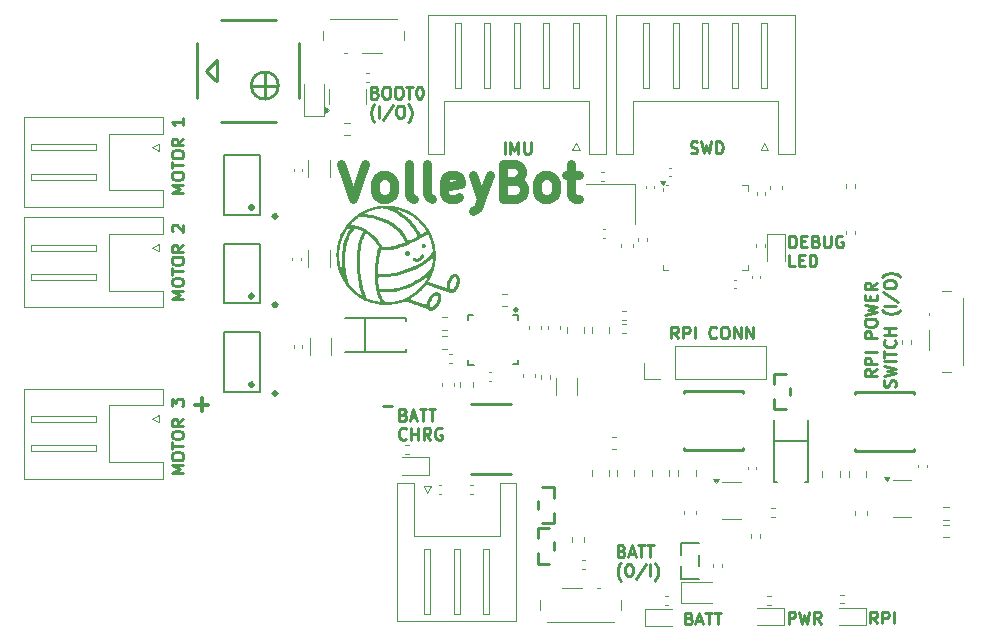
<source format=gbr>
%TF.GenerationSoftware,KiCad,Pcbnew,9.0.2*%
%TF.CreationDate,2025-12-02T14:10:35-05:00*%
%TF.ProjectId,VolleyBot,566f6c6c-6579-4426-9f74-2e6b69636164,rev?*%
%TF.SameCoordinates,Original*%
%TF.FileFunction,Legend,Top*%
%TF.FilePolarity,Positive*%
%FSLAX46Y46*%
G04 Gerber Fmt 4.6, Leading zero omitted, Abs format (unit mm)*
G04 Created by KiCad (PCBNEW 9.0.2) date 2025-12-02 14:10:35*
%MOMM*%
%LPD*%
G01*
G04 APERTURE LIST*
%ADD10C,0.250000*%
%ADD11C,0.750000*%
%ADD12C,0.375000*%
%ADD13C,0.120000*%
%ADD14C,0.150000*%
%ADD15C,0.300000*%
%ADD16C,0.000000*%
G04 APERTURE END LIST*
D10*
X105735901Y-98130865D02*
X105878758Y-98178484D01*
X105878758Y-98178484D02*
X105926377Y-98226103D01*
X105926377Y-98226103D02*
X105973996Y-98321341D01*
X105973996Y-98321341D02*
X105973996Y-98464198D01*
X105973996Y-98464198D02*
X105926377Y-98559436D01*
X105926377Y-98559436D02*
X105878758Y-98607056D01*
X105878758Y-98607056D02*
X105783520Y-98654675D01*
X105783520Y-98654675D02*
X105402568Y-98654675D01*
X105402568Y-98654675D02*
X105402568Y-97654675D01*
X105402568Y-97654675D02*
X105735901Y-97654675D01*
X105735901Y-97654675D02*
X105831139Y-97702294D01*
X105831139Y-97702294D02*
X105878758Y-97749913D01*
X105878758Y-97749913D02*
X105926377Y-97845151D01*
X105926377Y-97845151D02*
X105926377Y-97940389D01*
X105926377Y-97940389D02*
X105878758Y-98035627D01*
X105878758Y-98035627D02*
X105831139Y-98083246D01*
X105831139Y-98083246D02*
X105735901Y-98130865D01*
X105735901Y-98130865D02*
X105402568Y-98130865D01*
X106354949Y-98368960D02*
X106831139Y-98368960D01*
X106259711Y-98654675D02*
X106593044Y-97654675D01*
X106593044Y-97654675D02*
X106926377Y-98654675D01*
X107116854Y-97654675D02*
X107688282Y-97654675D01*
X107402568Y-98654675D02*
X107402568Y-97654675D01*
X107878759Y-97654675D02*
X108450187Y-97654675D01*
X108164473Y-98654675D02*
X108164473Y-97654675D01*
X105973996Y-100169380D02*
X105926377Y-100217000D01*
X105926377Y-100217000D02*
X105783520Y-100264619D01*
X105783520Y-100264619D02*
X105688282Y-100264619D01*
X105688282Y-100264619D02*
X105545425Y-100217000D01*
X105545425Y-100217000D02*
X105450187Y-100121761D01*
X105450187Y-100121761D02*
X105402568Y-100026523D01*
X105402568Y-100026523D02*
X105354949Y-99836047D01*
X105354949Y-99836047D02*
X105354949Y-99693190D01*
X105354949Y-99693190D02*
X105402568Y-99502714D01*
X105402568Y-99502714D02*
X105450187Y-99407476D01*
X105450187Y-99407476D02*
X105545425Y-99312238D01*
X105545425Y-99312238D02*
X105688282Y-99264619D01*
X105688282Y-99264619D02*
X105783520Y-99264619D01*
X105783520Y-99264619D02*
X105926377Y-99312238D01*
X105926377Y-99312238D02*
X105973996Y-99359857D01*
X106402568Y-100264619D02*
X106402568Y-99264619D01*
X106402568Y-99740809D02*
X106973996Y-99740809D01*
X106973996Y-100264619D02*
X106973996Y-99264619D01*
X108021615Y-100264619D02*
X107688282Y-99788428D01*
X107450187Y-100264619D02*
X107450187Y-99264619D01*
X107450187Y-99264619D02*
X107831139Y-99264619D01*
X107831139Y-99264619D02*
X107926377Y-99312238D01*
X107926377Y-99312238D02*
X107973996Y-99359857D01*
X107973996Y-99359857D02*
X108021615Y-99455095D01*
X108021615Y-99455095D02*
X108021615Y-99597952D01*
X108021615Y-99597952D02*
X107973996Y-99693190D01*
X107973996Y-99693190D02*
X107926377Y-99740809D01*
X107926377Y-99740809D02*
X107831139Y-99788428D01*
X107831139Y-99788428D02*
X107450187Y-99788428D01*
X108973996Y-99312238D02*
X108878758Y-99264619D01*
X108878758Y-99264619D02*
X108735901Y-99264619D01*
X108735901Y-99264619D02*
X108593044Y-99312238D01*
X108593044Y-99312238D02*
X108497806Y-99407476D01*
X108497806Y-99407476D02*
X108450187Y-99502714D01*
X108450187Y-99502714D02*
X108402568Y-99693190D01*
X108402568Y-99693190D02*
X108402568Y-99836047D01*
X108402568Y-99836047D02*
X108450187Y-100026523D01*
X108450187Y-100026523D02*
X108497806Y-100121761D01*
X108497806Y-100121761D02*
X108593044Y-100217000D01*
X108593044Y-100217000D02*
X108735901Y-100264619D01*
X108735901Y-100264619D02*
X108831139Y-100264619D01*
X108831139Y-100264619D02*
X108973996Y-100217000D01*
X108973996Y-100217000D02*
X109021615Y-100169380D01*
X109021615Y-100169380D02*
X109021615Y-99836047D01*
X109021615Y-99836047D02*
X108831139Y-99836047D01*
X87114619Y-103097431D02*
X86114619Y-103097431D01*
X86114619Y-103097431D02*
X86828904Y-102764098D01*
X86828904Y-102764098D02*
X86114619Y-102430765D01*
X86114619Y-102430765D02*
X87114619Y-102430765D01*
X86114619Y-101764098D02*
X86114619Y-101573622D01*
X86114619Y-101573622D02*
X86162238Y-101478384D01*
X86162238Y-101478384D02*
X86257476Y-101383146D01*
X86257476Y-101383146D02*
X86447952Y-101335527D01*
X86447952Y-101335527D02*
X86781285Y-101335527D01*
X86781285Y-101335527D02*
X86971761Y-101383146D01*
X86971761Y-101383146D02*
X87067000Y-101478384D01*
X87067000Y-101478384D02*
X87114619Y-101573622D01*
X87114619Y-101573622D02*
X87114619Y-101764098D01*
X87114619Y-101764098D02*
X87067000Y-101859336D01*
X87067000Y-101859336D02*
X86971761Y-101954574D01*
X86971761Y-101954574D02*
X86781285Y-102002193D01*
X86781285Y-102002193D02*
X86447952Y-102002193D01*
X86447952Y-102002193D02*
X86257476Y-101954574D01*
X86257476Y-101954574D02*
X86162238Y-101859336D01*
X86162238Y-101859336D02*
X86114619Y-101764098D01*
X86114619Y-101049812D02*
X86114619Y-100478384D01*
X87114619Y-100764098D02*
X86114619Y-100764098D01*
X86114619Y-99954574D02*
X86114619Y-99764098D01*
X86114619Y-99764098D02*
X86162238Y-99668860D01*
X86162238Y-99668860D02*
X86257476Y-99573622D01*
X86257476Y-99573622D02*
X86447952Y-99526003D01*
X86447952Y-99526003D02*
X86781285Y-99526003D01*
X86781285Y-99526003D02*
X86971761Y-99573622D01*
X86971761Y-99573622D02*
X87067000Y-99668860D01*
X87067000Y-99668860D02*
X87114619Y-99764098D01*
X87114619Y-99764098D02*
X87114619Y-99954574D01*
X87114619Y-99954574D02*
X87067000Y-100049812D01*
X87067000Y-100049812D02*
X86971761Y-100145050D01*
X86971761Y-100145050D02*
X86781285Y-100192669D01*
X86781285Y-100192669D02*
X86447952Y-100192669D01*
X86447952Y-100192669D02*
X86257476Y-100145050D01*
X86257476Y-100145050D02*
X86162238Y-100049812D01*
X86162238Y-100049812D02*
X86114619Y-99954574D01*
X87114619Y-98526003D02*
X86638428Y-98859336D01*
X87114619Y-99097431D02*
X86114619Y-99097431D01*
X86114619Y-99097431D02*
X86114619Y-98716479D01*
X86114619Y-98716479D02*
X86162238Y-98621241D01*
X86162238Y-98621241D02*
X86209857Y-98573622D01*
X86209857Y-98573622D02*
X86305095Y-98526003D01*
X86305095Y-98526003D02*
X86447952Y-98526003D01*
X86447952Y-98526003D02*
X86543190Y-98573622D01*
X86543190Y-98573622D02*
X86590809Y-98621241D01*
X86590809Y-98621241D02*
X86638428Y-98716479D01*
X86638428Y-98716479D02*
X86638428Y-99097431D01*
X86114619Y-97430764D02*
X86114619Y-96811717D01*
X86114619Y-96811717D02*
X86495571Y-97145050D01*
X86495571Y-97145050D02*
X86495571Y-97002193D01*
X86495571Y-97002193D02*
X86543190Y-96906955D01*
X86543190Y-96906955D02*
X86590809Y-96859336D01*
X86590809Y-96859336D02*
X86686047Y-96811717D01*
X86686047Y-96811717D02*
X86924142Y-96811717D01*
X86924142Y-96811717D02*
X87019380Y-96859336D01*
X87019380Y-96859336D02*
X87067000Y-96906955D01*
X87067000Y-96906955D02*
X87114619Y-97002193D01*
X87114619Y-97002193D02*
X87114619Y-97287907D01*
X87114619Y-97287907D02*
X87067000Y-97383145D01*
X87067000Y-97383145D02*
X87019380Y-97430764D01*
X138352568Y-115839619D02*
X138352568Y-114839619D01*
X138352568Y-114839619D02*
X138733520Y-114839619D01*
X138733520Y-114839619D02*
X138828758Y-114887238D01*
X138828758Y-114887238D02*
X138876377Y-114934857D01*
X138876377Y-114934857D02*
X138923996Y-115030095D01*
X138923996Y-115030095D02*
X138923996Y-115172952D01*
X138923996Y-115172952D02*
X138876377Y-115268190D01*
X138876377Y-115268190D02*
X138828758Y-115315809D01*
X138828758Y-115315809D02*
X138733520Y-115363428D01*
X138733520Y-115363428D02*
X138352568Y-115363428D01*
X139257330Y-114839619D02*
X139495425Y-115839619D01*
X139495425Y-115839619D02*
X139685901Y-115125333D01*
X139685901Y-115125333D02*
X139876377Y-115839619D01*
X139876377Y-115839619D02*
X140114473Y-114839619D01*
X141066853Y-115839619D02*
X140733520Y-115363428D01*
X140495425Y-115839619D02*
X140495425Y-114839619D01*
X140495425Y-114839619D02*
X140876377Y-114839619D01*
X140876377Y-114839619D02*
X140971615Y-114887238D01*
X140971615Y-114887238D02*
X141019234Y-114934857D01*
X141019234Y-114934857D02*
X141066853Y-115030095D01*
X141066853Y-115030095D02*
X141066853Y-115172952D01*
X141066853Y-115172952D02*
X141019234Y-115268190D01*
X141019234Y-115268190D02*
X140971615Y-115315809D01*
X140971615Y-115315809D02*
X140876377Y-115363428D01*
X140876377Y-115363428D02*
X140495425Y-115363428D01*
D11*
X100479135Y-76893857D02*
X101479135Y-79893857D01*
X101479135Y-79893857D02*
X102479135Y-76893857D01*
X103907707Y-79893857D02*
X103621992Y-79751000D01*
X103621992Y-79751000D02*
X103479135Y-79608142D01*
X103479135Y-79608142D02*
X103336278Y-79322428D01*
X103336278Y-79322428D02*
X103336278Y-78465285D01*
X103336278Y-78465285D02*
X103479135Y-78179571D01*
X103479135Y-78179571D02*
X103621992Y-78036714D01*
X103621992Y-78036714D02*
X103907707Y-77893857D01*
X103907707Y-77893857D02*
X104336278Y-77893857D01*
X104336278Y-77893857D02*
X104621992Y-78036714D01*
X104621992Y-78036714D02*
X104764850Y-78179571D01*
X104764850Y-78179571D02*
X104907707Y-78465285D01*
X104907707Y-78465285D02*
X104907707Y-79322428D01*
X104907707Y-79322428D02*
X104764850Y-79608142D01*
X104764850Y-79608142D02*
X104621992Y-79751000D01*
X104621992Y-79751000D02*
X104336278Y-79893857D01*
X104336278Y-79893857D02*
X103907707Y-79893857D01*
X106621993Y-79893857D02*
X106336278Y-79751000D01*
X106336278Y-79751000D02*
X106193421Y-79465285D01*
X106193421Y-79465285D02*
X106193421Y-76893857D01*
X108193422Y-79893857D02*
X107907707Y-79751000D01*
X107907707Y-79751000D02*
X107764850Y-79465285D01*
X107764850Y-79465285D02*
X107764850Y-76893857D01*
X110479136Y-79751000D02*
X110193422Y-79893857D01*
X110193422Y-79893857D02*
X109621994Y-79893857D01*
X109621994Y-79893857D02*
X109336279Y-79751000D01*
X109336279Y-79751000D02*
X109193422Y-79465285D01*
X109193422Y-79465285D02*
X109193422Y-78322428D01*
X109193422Y-78322428D02*
X109336279Y-78036714D01*
X109336279Y-78036714D02*
X109621994Y-77893857D01*
X109621994Y-77893857D02*
X110193422Y-77893857D01*
X110193422Y-77893857D02*
X110479136Y-78036714D01*
X110479136Y-78036714D02*
X110621994Y-78322428D01*
X110621994Y-78322428D02*
X110621994Y-78608142D01*
X110621994Y-78608142D02*
X109193422Y-78893857D01*
X111621994Y-77893857D02*
X112336280Y-79893857D01*
X113050565Y-77893857D02*
X112336280Y-79893857D01*
X112336280Y-79893857D02*
X112050565Y-80608142D01*
X112050565Y-80608142D02*
X111907708Y-80751000D01*
X111907708Y-80751000D02*
X111621994Y-80893857D01*
X115193422Y-78322428D02*
X115621994Y-78465285D01*
X115621994Y-78465285D02*
X115764851Y-78608142D01*
X115764851Y-78608142D02*
X115907708Y-78893857D01*
X115907708Y-78893857D02*
X115907708Y-79322428D01*
X115907708Y-79322428D02*
X115764851Y-79608142D01*
X115764851Y-79608142D02*
X115621994Y-79751000D01*
X115621994Y-79751000D02*
X115336279Y-79893857D01*
X115336279Y-79893857D02*
X114193422Y-79893857D01*
X114193422Y-79893857D02*
X114193422Y-76893857D01*
X114193422Y-76893857D02*
X115193422Y-76893857D01*
X115193422Y-76893857D02*
X115479137Y-77036714D01*
X115479137Y-77036714D02*
X115621994Y-77179571D01*
X115621994Y-77179571D02*
X115764851Y-77465285D01*
X115764851Y-77465285D02*
X115764851Y-77751000D01*
X115764851Y-77751000D02*
X115621994Y-78036714D01*
X115621994Y-78036714D02*
X115479137Y-78179571D01*
X115479137Y-78179571D02*
X115193422Y-78322428D01*
X115193422Y-78322428D02*
X114193422Y-78322428D01*
X117621994Y-79893857D02*
X117336279Y-79751000D01*
X117336279Y-79751000D02*
X117193422Y-79608142D01*
X117193422Y-79608142D02*
X117050565Y-79322428D01*
X117050565Y-79322428D02*
X117050565Y-78465285D01*
X117050565Y-78465285D02*
X117193422Y-78179571D01*
X117193422Y-78179571D02*
X117336279Y-78036714D01*
X117336279Y-78036714D02*
X117621994Y-77893857D01*
X117621994Y-77893857D02*
X118050565Y-77893857D01*
X118050565Y-77893857D02*
X118336279Y-78036714D01*
X118336279Y-78036714D02*
X118479137Y-78179571D01*
X118479137Y-78179571D02*
X118621994Y-78465285D01*
X118621994Y-78465285D02*
X118621994Y-79322428D01*
X118621994Y-79322428D02*
X118479137Y-79608142D01*
X118479137Y-79608142D02*
X118336279Y-79751000D01*
X118336279Y-79751000D02*
X118050565Y-79893857D01*
X118050565Y-79893857D02*
X117621994Y-79893857D01*
X119479137Y-77893857D02*
X120621994Y-77893857D01*
X119907708Y-76893857D02*
X119907708Y-79465285D01*
X119907708Y-79465285D02*
X120050565Y-79751000D01*
X120050565Y-79751000D02*
X120336280Y-79893857D01*
X120336280Y-79893857D02*
X120621994Y-79893857D01*
D10*
X124210901Y-109680865D02*
X124353758Y-109728484D01*
X124353758Y-109728484D02*
X124401377Y-109776103D01*
X124401377Y-109776103D02*
X124448996Y-109871341D01*
X124448996Y-109871341D02*
X124448996Y-110014198D01*
X124448996Y-110014198D02*
X124401377Y-110109436D01*
X124401377Y-110109436D02*
X124353758Y-110157056D01*
X124353758Y-110157056D02*
X124258520Y-110204675D01*
X124258520Y-110204675D02*
X123877568Y-110204675D01*
X123877568Y-110204675D02*
X123877568Y-109204675D01*
X123877568Y-109204675D02*
X124210901Y-109204675D01*
X124210901Y-109204675D02*
X124306139Y-109252294D01*
X124306139Y-109252294D02*
X124353758Y-109299913D01*
X124353758Y-109299913D02*
X124401377Y-109395151D01*
X124401377Y-109395151D02*
X124401377Y-109490389D01*
X124401377Y-109490389D02*
X124353758Y-109585627D01*
X124353758Y-109585627D02*
X124306139Y-109633246D01*
X124306139Y-109633246D02*
X124210901Y-109680865D01*
X124210901Y-109680865D02*
X123877568Y-109680865D01*
X124829949Y-109918960D02*
X125306139Y-109918960D01*
X124734711Y-110204675D02*
X125068044Y-109204675D01*
X125068044Y-109204675D02*
X125401377Y-110204675D01*
X125591854Y-109204675D02*
X126163282Y-109204675D01*
X125877568Y-110204675D02*
X125877568Y-109204675D01*
X126353759Y-109204675D02*
X126925187Y-109204675D01*
X126639473Y-110204675D02*
X126639473Y-109204675D01*
X124163282Y-112195571D02*
X124115663Y-112147952D01*
X124115663Y-112147952D02*
X124020425Y-112005095D01*
X124020425Y-112005095D02*
X123972806Y-111909857D01*
X123972806Y-111909857D02*
X123925187Y-111767000D01*
X123925187Y-111767000D02*
X123877568Y-111528904D01*
X123877568Y-111528904D02*
X123877568Y-111338428D01*
X123877568Y-111338428D02*
X123925187Y-111100333D01*
X123925187Y-111100333D02*
X123972806Y-110957476D01*
X123972806Y-110957476D02*
X124020425Y-110862238D01*
X124020425Y-110862238D02*
X124115663Y-110719380D01*
X124115663Y-110719380D02*
X124163282Y-110671761D01*
X124734711Y-110814619D02*
X124925187Y-110814619D01*
X124925187Y-110814619D02*
X125020425Y-110862238D01*
X125020425Y-110862238D02*
X125115663Y-110957476D01*
X125115663Y-110957476D02*
X125163282Y-111147952D01*
X125163282Y-111147952D02*
X125163282Y-111481285D01*
X125163282Y-111481285D02*
X125115663Y-111671761D01*
X125115663Y-111671761D02*
X125020425Y-111767000D01*
X125020425Y-111767000D02*
X124925187Y-111814619D01*
X124925187Y-111814619D02*
X124734711Y-111814619D01*
X124734711Y-111814619D02*
X124639473Y-111767000D01*
X124639473Y-111767000D02*
X124544235Y-111671761D01*
X124544235Y-111671761D02*
X124496616Y-111481285D01*
X124496616Y-111481285D02*
X124496616Y-111147952D01*
X124496616Y-111147952D02*
X124544235Y-110957476D01*
X124544235Y-110957476D02*
X124639473Y-110862238D01*
X124639473Y-110862238D02*
X124734711Y-110814619D01*
X126306139Y-110767000D02*
X125448997Y-112052714D01*
X126639473Y-111814619D02*
X126639473Y-110814619D01*
X127020425Y-112195571D02*
X127068044Y-112147952D01*
X127068044Y-112147952D02*
X127163282Y-112005095D01*
X127163282Y-112005095D02*
X127210901Y-111909857D01*
X127210901Y-111909857D02*
X127258520Y-111767000D01*
X127258520Y-111767000D02*
X127306139Y-111528904D01*
X127306139Y-111528904D02*
X127306139Y-111338428D01*
X127306139Y-111338428D02*
X127258520Y-111100333D01*
X127258520Y-111100333D02*
X127210901Y-110957476D01*
X127210901Y-110957476D02*
X127163282Y-110862238D01*
X127163282Y-110862238D02*
X127068044Y-110719380D01*
X127068044Y-110719380D02*
X127020425Y-110671761D01*
X129933401Y-115375809D02*
X130076258Y-115423428D01*
X130076258Y-115423428D02*
X130123877Y-115471047D01*
X130123877Y-115471047D02*
X130171496Y-115566285D01*
X130171496Y-115566285D02*
X130171496Y-115709142D01*
X130171496Y-115709142D02*
X130123877Y-115804380D01*
X130123877Y-115804380D02*
X130076258Y-115852000D01*
X130076258Y-115852000D02*
X129981020Y-115899619D01*
X129981020Y-115899619D02*
X129600068Y-115899619D01*
X129600068Y-115899619D02*
X129600068Y-114899619D01*
X129600068Y-114899619D02*
X129933401Y-114899619D01*
X129933401Y-114899619D02*
X130028639Y-114947238D01*
X130028639Y-114947238D02*
X130076258Y-114994857D01*
X130076258Y-114994857D02*
X130123877Y-115090095D01*
X130123877Y-115090095D02*
X130123877Y-115185333D01*
X130123877Y-115185333D02*
X130076258Y-115280571D01*
X130076258Y-115280571D02*
X130028639Y-115328190D01*
X130028639Y-115328190D02*
X129933401Y-115375809D01*
X129933401Y-115375809D02*
X129600068Y-115375809D01*
X130552449Y-115613904D02*
X131028639Y-115613904D01*
X130457211Y-115899619D02*
X130790544Y-114899619D01*
X130790544Y-114899619D02*
X131123877Y-115899619D01*
X131314354Y-114899619D02*
X131885782Y-114899619D01*
X131600068Y-115899619D02*
X131600068Y-114899619D01*
X132076259Y-114899619D02*
X132647687Y-114899619D01*
X132361973Y-115899619D02*
X132361973Y-114899619D01*
X138427568Y-83979675D02*
X138427568Y-82979675D01*
X138427568Y-82979675D02*
X138665663Y-82979675D01*
X138665663Y-82979675D02*
X138808520Y-83027294D01*
X138808520Y-83027294D02*
X138903758Y-83122532D01*
X138903758Y-83122532D02*
X138951377Y-83217770D01*
X138951377Y-83217770D02*
X138998996Y-83408246D01*
X138998996Y-83408246D02*
X138998996Y-83551103D01*
X138998996Y-83551103D02*
X138951377Y-83741579D01*
X138951377Y-83741579D02*
X138903758Y-83836817D01*
X138903758Y-83836817D02*
X138808520Y-83932056D01*
X138808520Y-83932056D02*
X138665663Y-83979675D01*
X138665663Y-83979675D02*
X138427568Y-83979675D01*
X139427568Y-83455865D02*
X139760901Y-83455865D01*
X139903758Y-83979675D02*
X139427568Y-83979675D01*
X139427568Y-83979675D02*
X139427568Y-82979675D01*
X139427568Y-82979675D02*
X139903758Y-82979675D01*
X140665663Y-83455865D02*
X140808520Y-83503484D01*
X140808520Y-83503484D02*
X140856139Y-83551103D01*
X140856139Y-83551103D02*
X140903758Y-83646341D01*
X140903758Y-83646341D02*
X140903758Y-83789198D01*
X140903758Y-83789198D02*
X140856139Y-83884436D01*
X140856139Y-83884436D02*
X140808520Y-83932056D01*
X140808520Y-83932056D02*
X140713282Y-83979675D01*
X140713282Y-83979675D02*
X140332330Y-83979675D01*
X140332330Y-83979675D02*
X140332330Y-82979675D01*
X140332330Y-82979675D02*
X140665663Y-82979675D01*
X140665663Y-82979675D02*
X140760901Y-83027294D01*
X140760901Y-83027294D02*
X140808520Y-83074913D01*
X140808520Y-83074913D02*
X140856139Y-83170151D01*
X140856139Y-83170151D02*
X140856139Y-83265389D01*
X140856139Y-83265389D02*
X140808520Y-83360627D01*
X140808520Y-83360627D02*
X140760901Y-83408246D01*
X140760901Y-83408246D02*
X140665663Y-83455865D01*
X140665663Y-83455865D02*
X140332330Y-83455865D01*
X141332330Y-82979675D02*
X141332330Y-83789198D01*
X141332330Y-83789198D02*
X141379949Y-83884436D01*
X141379949Y-83884436D02*
X141427568Y-83932056D01*
X141427568Y-83932056D02*
X141522806Y-83979675D01*
X141522806Y-83979675D02*
X141713282Y-83979675D01*
X141713282Y-83979675D02*
X141808520Y-83932056D01*
X141808520Y-83932056D02*
X141856139Y-83884436D01*
X141856139Y-83884436D02*
X141903758Y-83789198D01*
X141903758Y-83789198D02*
X141903758Y-82979675D01*
X142903758Y-83027294D02*
X142808520Y-82979675D01*
X142808520Y-82979675D02*
X142665663Y-82979675D01*
X142665663Y-82979675D02*
X142522806Y-83027294D01*
X142522806Y-83027294D02*
X142427568Y-83122532D01*
X142427568Y-83122532D02*
X142379949Y-83217770D01*
X142379949Y-83217770D02*
X142332330Y-83408246D01*
X142332330Y-83408246D02*
X142332330Y-83551103D01*
X142332330Y-83551103D02*
X142379949Y-83741579D01*
X142379949Y-83741579D02*
X142427568Y-83836817D01*
X142427568Y-83836817D02*
X142522806Y-83932056D01*
X142522806Y-83932056D02*
X142665663Y-83979675D01*
X142665663Y-83979675D02*
X142760901Y-83979675D01*
X142760901Y-83979675D02*
X142903758Y-83932056D01*
X142903758Y-83932056D02*
X142951377Y-83884436D01*
X142951377Y-83884436D02*
X142951377Y-83551103D01*
X142951377Y-83551103D02*
X142760901Y-83551103D01*
X138903758Y-85589619D02*
X138427568Y-85589619D01*
X138427568Y-85589619D02*
X138427568Y-84589619D01*
X139237092Y-85065809D02*
X139570425Y-85065809D01*
X139713282Y-85589619D02*
X139237092Y-85589619D01*
X139237092Y-85589619D02*
X139237092Y-84589619D01*
X139237092Y-84589619D02*
X139713282Y-84589619D01*
X140141854Y-85589619D02*
X140141854Y-84589619D01*
X140141854Y-84589619D02*
X140379949Y-84589619D01*
X140379949Y-84589619D02*
X140522806Y-84637238D01*
X140522806Y-84637238D02*
X140618044Y-84732476D01*
X140618044Y-84732476D02*
X140665663Y-84827714D01*
X140665663Y-84827714D02*
X140713282Y-85018190D01*
X140713282Y-85018190D02*
X140713282Y-85161047D01*
X140713282Y-85161047D02*
X140665663Y-85351523D01*
X140665663Y-85351523D02*
X140618044Y-85446761D01*
X140618044Y-85446761D02*
X140522806Y-85542000D01*
X140522806Y-85542000D02*
X140379949Y-85589619D01*
X140379949Y-85589619D02*
X140141854Y-85589619D01*
X87114619Y-79347431D02*
X86114619Y-79347431D01*
X86114619Y-79347431D02*
X86828904Y-79014098D01*
X86828904Y-79014098D02*
X86114619Y-78680765D01*
X86114619Y-78680765D02*
X87114619Y-78680765D01*
X86114619Y-78014098D02*
X86114619Y-77823622D01*
X86114619Y-77823622D02*
X86162238Y-77728384D01*
X86162238Y-77728384D02*
X86257476Y-77633146D01*
X86257476Y-77633146D02*
X86447952Y-77585527D01*
X86447952Y-77585527D02*
X86781285Y-77585527D01*
X86781285Y-77585527D02*
X86971761Y-77633146D01*
X86971761Y-77633146D02*
X87067000Y-77728384D01*
X87067000Y-77728384D02*
X87114619Y-77823622D01*
X87114619Y-77823622D02*
X87114619Y-78014098D01*
X87114619Y-78014098D02*
X87067000Y-78109336D01*
X87067000Y-78109336D02*
X86971761Y-78204574D01*
X86971761Y-78204574D02*
X86781285Y-78252193D01*
X86781285Y-78252193D02*
X86447952Y-78252193D01*
X86447952Y-78252193D02*
X86257476Y-78204574D01*
X86257476Y-78204574D02*
X86162238Y-78109336D01*
X86162238Y-78109336D02*
X86114619Y-78014098D01*
X86114619Y-77299812D02*
X86114619Y-76728384D01*
X87114619Y-77014098D02*
X86114619Y-77014098D01*
X86114619Y-76204574D02*
X86114619Y-76014098D01*
X86114619Y-76014098D02*
X86162238Y-75918860D01*
X86162238Y-75918860D02*
X86257476Y-75823622D01*
X86257476Y-75823622D02*
X86447952Y-75776003D01*
X86447952Y-75776003D02*
X86781285Y-75776003D01*
X86781285Y-75776003D02*
X86971761Y-75823622D01*
X86971761Y-75823622D02*
X87067000Y-75918860D01*
X87067000Y-75918860D02*
X87114619Y-76014098D01*
X87114619Y-76014098D02*
X87114619Y-76204574D01*
X87114619Y-76204574D02*
X87067000Y-76299812D01*
X87067000Y-76299812D02*
X86971761Y-76395050D01*
X86971761Y-76395050D02*
X86781285Y-76442669D01*
X86781285Y-76442669D02*
X86447952Y-76442669D01*
X86447952Y-76442669D02*
X86257476Y-76395050D01*
X86257476Y-76395050D02*
X86162238Y-76299812D01*
X86162238Y-76299812D02*
X86114619Y-76204574D01*
X87114619Y-74776003D02*
X86638428Y-75109336D01*
X87114619Y-75347431D02*
X86114619Y-75347431D01*
X86114619Y-75347431D02*
X86114619Y-74966479D01*
X86114619Y-74966479D02*
X86162238Y-74871241D01*
X86162238Y-74871241D02*
X86209857Y-74823622D01*
X86209857Y-74823622D02*
X86305095Y-74776003D01*
X86305095Y-74776003D02*
X86447952Y-74776003D01*
X86447952Y-74776003D02*
X86543190Y-74823622D01*
X86543190Y-74823622D02*
X86590809Y-74871241D01*
X86590809Y-74871241D02*
X86638428Y-74966479D01*
X86638428Y-74966479D02*
X86638428Y-75347431D01*
X87114619Y-73061717D02*
X87114619Y-73633145D01*
X87114619Y-73347431D02*
X86114619Y-73347431D01*
X86114619Y-73347431D02*
X86257476Y-73442669D01*
X86257476Y-73442669D02*
X86352714Y-73537907D01*
X86352714Y-73537907D02*
X86400333Y-73633145D01*
X114327568Y-76064619D02*
X114327568Y-75064619D01*
X114803758Y-76064619D02*
X114803758Y-75064619D01*
X114803758Y-75064619D02*
X115137091Y-75778904D01*
X115137091Y-75778904D02*
X115470424Y-75064619D01*
X115470424Y-75064619D02*
X115470424Y-76064619D01*
X115946615Y-75064619D02*
X115946615Y-75874142D01*
X115946615Y-75874142D02*
X115994234Y-75969380D01*
X115994234Y-75969380D02*
X116041853Y-76017000D01*
X116041853Y-76017000D02*
X116137091Y-76064619D01*
X116137091Y-76064619D02*
X116327567Y-76064619D01*
X116327567Y-76064619D02*
X116422805Y-76017000D01*
X116422805Y-76017000D02*
X116470424Y-75969380D01*
X116470424Y-75969380D02*
X116518043Y-75874142D01*
X116518043Y-75874142D02*
X116518043Y-75064619D01*
X130054949Y-75967000D02*
X130197806Y-76014619D01*
X130197806Y-76014619D02*
X130435901Y-76014619D01*
X130435901Y-76014619D02*
X130531139Y-75967000D01*
X130531139Y-75967000D02*
X130578758Y-75919380D01*
X130578758Y-75919380D02*
X130626377Y-75824142D01*
X130626377Y-75824142D02*
X130626377Y-75728904D01*
X130626377Y-75728904D02*
X130578758Y-75633666D01*
X130578758Y-75633666D02*
X130531139Y-75586047D01*
X130531139Y-75586047D02*
X130435901Y-75538428D01*
X130435901Y-75538428D02*
X130245425Y-75490809D01*
X130245425Y-75490809D02*
X130150187Y-75443190D01*
X130150187Y-75443190D02*
X130102568Y-75395571D01*
X130102568Y-75395571D02*
X130054949Y-75300333D01*
X130054949Y-75300333D02*
X130054949Y-75205095D01*
X130054949Y-75205095D02*
X130102568Y-75109857D01*
X130102568Y-75109857D02*
X130150187Y-75062238D01*
X130150187Y-75062238D02*
X130245425Y-75014619D01*
X130245425Y-75014619D02*
X130483520Y-75014619D01*
X130483520Y-75014619D02*
X130626377Y-75062238D01*
X130959711Y-75014619D02*
X131197806Y-76014619D01*
X131197806Y-76014619D02*
X131388282Y-75300333D01*
X131388282Y-75300333D02*
X131578758Y-76014619D01*
X131578758Y-76014619D02*
X131816854Y-75014619D01*
X132197806Y-76014619D02*
X132197806Y-75014619D01*
X132197806Y-75014619D02*
X132435901Y-75014619D01*
X132435901Y-75014619D02*
X132578758Y-75062238D01*
X132578758Y-75062238D02*
X132673996Y-75157476D01*
X132673996Y-75157476D02*
X132721615Y-75252714D01*
X132721615Y-75252714D02*
X132769234Y-75443190D01*
X132769234Y-75443190D02*
X132769234Y-75586047D01*
X132769234Y-75586047D02*
X132721615Y-75776523D01*
X132721615Y-75776523D02*
X132673996Y-75871761D01*
X132673996Y-75871761D02*
X132578758Y-75967000D01*
X132578758Y-75967000D02*
X132435901Y-76014619D01*
X132435901Y-76014619D02*
X132197806Y-76014619D01*
X128998996Y-91689619D02*
X128665663Y-91213428D01*
X128427568Y-91689619D02*
X128427568Y-90689619D01*
X128427568Y-90689619D02*
X128808520Y-90689619D01*
X128808520Y-90689619D02*
X128903758Y-90737238D01*
X128903758Y-90737238D02*
X128951377Y-90784857D01*
X128951377Y-90784857D02*
X128998996Y-90880095D01*
X128998996Y-90880095D02*
X128998996Y-91022952D01*
X128998996Y-91022952D02*
X128951377Y-91118190D01*
X128951377Y-91118190D02*
X128903758Y-91165809D01*
X128903758Y-91165809D02*
X128808520Y-91213428D01*
X128808520Y-91213428D02*
X128427568Y-91213428D01*
X129427568Y-91689619D02*
X129427568Y-90689619D01*
X129427568Y-90689619D02*
X129808520Y-90689619D01*
X129808520Y-90689619D02*
X129903758Y-90737238D01*
X129903758Y-90737238D02*
X129951377Y-90784857D01*
X129951377Y-90784857D02*
X129998996Y-90880095D01*
X129998996Y-90880095D02*
X129998996Y-91022952D01*
X129998996Y-91022952D02*
X129951377Y-91118190D01*
X129951377Y-91118190D02*
X129903758Y-91165809D01*
X129903758Y-91165809D02*
X129808520Y-91213428D01*
X129808520Y-91213428D02*
X129427568Y-91213428D01*
X130427568Y-91689619D02*
X130427568Y-90689619D01*
X132237091Y-91594380D02*
X132189472Y-91642000D01*
X132189472Y-91642000D02*
X132046615Y-91689619D01*
X132046615Y-91689619D02*
X131951377Y-91689619D01*
X131951377Y-91689619D02*
X131808520Y-91642000D01*
X131808520Y-91642000D02*
X131713282Y-91546761D01*
X131713282Y-91546761D02*
X131665663Y-91451523D01*
X131665663Y-91451523D02*
X131618044Y-91261047D01*
X131618044Y-91261047D02*
X131618044Y-91118190D01*
X131618044Y-91118190D02*
X131665663Y-90927714D01*
X131665663Y-90927714D02*
X131713282Y-90832476D01*
X131713282Y-90832476D02*
X131808520Y-90737238D01*
X131808520Y-90737238D02*
X131951377Y-90689619D01*
X131951377Y-90689619D02*
X132046615Y-90689619D01*
X132046615Y-90689619D02*
X132189472Y-90737238D01*
X132189472Y-90737238D02*
X132237091Y-90784857D01*
X132856139Y-90689619D02*
X133046615Y-90689619D01*
X133046615Y-90689619D02*
X133141853Y-90737238D01*
X133141853Y-90737238D02*
X133237091Y-90832476D01*
X133237091Y-90832476D02*
X133284710Y-91022952D01*
X133284710Y-91022952D02*
X133284710Y-91356285D01*
X133284710Y-91356285D02*
X133237091Y-91546761D01*
X133237091Y-91546761D02*
X133141853Y-91642000D01*
X133141853Y-91642000D02*
X133046615Y-91689619D01*
X133046615Y-91689619D02*
X132856139Y-91689619D01*
X132856139Y-91689619D02*
X132760901Y-91642000D01*
X132760901Y-91642000D02*
X132665663Y-91546761D01*
X132665663Y-91546761D02*
X132618044Y-91356285D01*
X132618044Y-91356285D02*
X132618044Y-91022952D01*
X132618044Y-91022952D02*
X132665663Y-90832476D01*
X132665663Y-90832476D02*
X132760901Y-90737238D01*
X132760901Y-90737238D02*
X132856139Y-90689619D01*
X133713282Y-91689619D02*
X133713282Y-90689619D01*
X133713282Y-90689619D02*
X134284710Y-91689619D01*
X134284710Y-91689619D02*
X134284710Y-90689619D01*
X134760901Y-91689619D02*
X134760901Y-90689619D01*
X134760901Y-90689619D02*
X135332329Y-91689619D01*
X135332329Y-91689619D02*
X135332329Y-90689619D01*
X145804675Y-94307142D02*
X145328484Y-94640475D01*
X145804675Y-94878570D02*
X144804675Y-94878570D01*
X144804675Y-94878570D02*
X144804675Y-94497618D01*
X144804675Y-94497618D02*
X144852294Y-94402380D01*
X144852294Y-94402380D02*
X144899913Y-94354761D01*
X144899913Y-94354761D02*
X144995151Y-94307142D01*
X144995151Y-94307142D02*
X145138008Y-94307142D01*
X145138008Y-94307142D02*
X145233246Y-94354761D01*
X145233246Y-94354761D02*
X145280865Y-94402380D01*
X145280865Y-94402380D02*
X145328484Y-94497618D01*
X145328484Y-94497618D02*
X145328484Y-94878570D01*
X145804675Y-93878570D02*
X144804675Y-93878570D01*
X144804675Y-93878570D02*
X144804675Y-93497618D01*
X144804675Y-93497618D02*
X144852294Y-93402380D01*
X144852294Y-93402380D02*
X144899913Y-93354761D01*
X144899913Y-93354761D02*
X144995151Y-93307142D01*
X144995151Y-93307142D02*
X145138008Y-93307142D01*
X145138008Y-93307142D02*
X145233246Y-93354761D01*
X145233246Y-93354761D02*
X145280865Y-93402380D01*
X145280865Y-93402380D02*
X145328484Y-93497618D01*
X145328484Y-93497618D02*
X145328484Y-93878570D01*
X145804675Y-92878570D02*
X144804675Y-92878570D01*
X145804675Y-91640475D02*
X144804675Y-91640475D01*
X144804675Y-91640475D02*
X144804675Y-91259523D01*
X144804675Y-91259523D02*
X144852294Y-91164285D01*
X144852294Y-91164285D02*
X144899913Y-91116666D01*
X144899913Y-91116666D02*
X144995151Y-91069047D01*
X144995151Y-91069047D02*
X145138008Y-91069047D01*
X145138008Y-91069047D02*
X145233246Y-91116666D01*
X145233246Y-91116666D02*
X145280865Y-91164285D01*
X145280865Y-91164285D02*
X145328484Y-91259523D01*
X145328484Y-91259523D02*
X145328484Y-91640475D01*
X144804675Y-90449999D02*
X144804675Y-90259523D01*
X144804675Y-90259523D02*
X144852294Y-90164285D01*
X144852294Y-90164285D02*
X144947532Y-90069047D01*
X144947532Y-90069047D02*
X145138008Y-90021428D01*
X145138008Y-90021428D02*
X145471341Y-90021428D01*
X145471341Y-90021428D02*
X145661817Y-90069047D01*
X145661817Y-90069047D02*
X145757056Y-90164285D01*
X145757056Y-90164285D02*
X145804675Y-90259523D01*
X145804675Y-90259523D02*
X145804675Y-90449999D01*
X145804675Y-90449999D02*
X145757056Y-90545237D01*
X145757056Y-90545237D02*
X145661817Y-90640475D01*
X145661817Y-90640475D02*
X145471341Y-90688094D01*
X145471341Y-90688094D02*
X145138008Y-90688094D01*
X145138008Y-90688094D02*
X144947532Y-90640475D01*
X144947532Y-90640475D02*
X144852294Y-90545237D01*
X144852294Y-90545237D02*
X144804675Y-90449999D01*
X144804675Y-89688094D02*
X145804675Y-89449999D01*
X145804675Y-89449999D02*
X145090389Y-89259523D01*
X145090389Y-89259523D02*
X145804675Y-89069047D01*
X145804675Y-89069047D02*
X144804675Y-88830952D01*
X145280865Y-88449999D02*
X145280865Y-88116666D01*
X145804675Y-87973809D02*
X145804675Y-88449999D01*
X145804675Y-88449999D02*
X144804675Y-88449999D01*
X144804675Y-88449999D02*
X144804675Y-87973809D01*
X145804675Y-86973809D02*
X145328484Y-87307142D01*
X145804675Y-87545237D02*
X144804675Y-87545237D01*
X144804675Y-87545237D02*
X144804675Y-87164285D01*
X144804675Y-87164285D02*
X144852294Y-87069047D01*
X144852294Y-87069047D02*
X144899913Y-87021428D01*
X144899913Y-87021428D02*
X144995151Y-86973809D01*
X144995151Y-86973809D02*
X145138008Y-86973809D01*
X145138008Y-86973809D02*
X145233246Y-87021428D01*
X145233246Y-87021428D02*
X145280865Y-87069047D01*
X145280865Y-87069047D02*
X145328484Y-87164285D01*
X145328484Y-87164285D02*
X145328484Y-87545237D01*
X147367000Y-95783332D02*
X147414619Y-95640475D01*
X147414619Y-95640475D02*
X147414619Y-95402380D01*
X147414619Y-95402380D02*
X147367000Y-95307142D01*
X147367000Y-95307142D02*
X147319380Y-95259523D01*
X147319380Y-95259523D02*
X147224142Y-95211904D01*
X147224142Y-95211904D02*
X147128904Y-95211904D01*
X147128904Y-95211904D02*
X147033666Y-95259523D01*
X147033666Y-95259523D02*
X146986047Y-95307142D01*
X146986047Y-95307142D02*
X146938428Y-95402380D01*
X146938428Y-95402380D02*
X146890809Y-95592856D01*
X146890809Y-95592856D02*
X146843190Y-95688094D01*
X146843190Y-95688094D02*
X146795571Y-95735713D01*
X146795571Y-95735713D02*
X146700333Y-95783332D01*
X146700333Y-95783332D02*
X146605095Y-95783332D01*
X146605095Y-95783332D02*
X146509857Y-95735713D01*
X146509857Y-95735713D02*
X146462238Y-95688094D01*
X146462238Y-95688094D02*
X146414619Y-95592856D01*
X146414619Y-95592856D02*
X146414619Y-95354761D01*
X146414619Y-95354761D02*
X146462238Y-95211904D01*
X146414619Y-94878570D02*
X147414619Y-94640475D01*
X147414619Y-94640475D02*
X146700333Y-94449999D01*
X146700333Y-94449999D02*
X147414619Y-94259523D01*
X147414619Y-94259523D02*
X146414619Y-94021428D01*
X147414619Y-93640475D02*
X146414619Y-93640475D01*
X146414619Y-93307142D02*
X146414619Y-92735714D01*
X147414619Y-93021428D02*
X146414619Y-93021428D01*
X147319380Y-91830952D02*
X147367000Y-91878571D01*
X147367000Y-91878571D02*
X147414619Y-92021428D01*
X147414619Y-92021428D02*
X147414619Y-92116666D01*
X147414619Y-92116666D02*
X147367000Y-92259523D01*
X147367000Y-92259523D02*
X147271761Y-92354761D01*
X147271761Y-92354761D02*
X147176523Y-92402380D01*
X147176523Y-92402380D02*
X146986047Y-92449999D01*
X146986047Y-92449999D02*
X146843190Y-92449999D01*
X146843190Y-92449999D02*
X146652714Y-92402380D01*
X146652714Y-92402380D02*
X146557476Y-92354761D01*
X146557476Y-92354761D02*
X146462238Y-92259523D01*
X146462238Y-92259523D02*
X146414619Y-92116666D01*
X146414619Y-92116666D02*
X146414619Y-92021428D01*
X146414619Y-92021428D02*
X146462238Y-91878571D01*
X146462238Y-91878571D02*
X146509857Y-91830952D01*
X147414619Y-91402380D02*
X146414619Y-91402380D01*
X146890809Y-91402380D02*
X146890809Y-90830952D01*
X147414619Y-90830952D02*
X146414619Y-90830952D01*
X147795571Y-89307142D02*
X147747952Y-89354761D01*
X147747952Y-89354761D02*
X147605095Y-89449999D01*
X147605095Y-89449999D02*
X147509857Y-89497618D01*
X147509857Y-89497618D02*
X147367000Y-89545237D01*
X147367000Y-89545237D02*
X147128904Y-89592856D01*
X147128904Y-89592856D02*
X146938428Y-89592856D01*
X146938428Y-89592856D02*
X146700333Y-89545237D01*
X146700333Y-89545237D02*
X146557476Y-89497618D01*
X146557476Y-89497618D02*
X146462238Y-89449999D01*
X146462238Y-89449999D02*
X146319380Y-89354761D01*
X146319380Y-89354761D02*
X146271761Y-89307142D01*
X147414619Y-88926189D02*
X146414619Y-88926189D01*
X146367000Y-87735714D02*
X147652714Y-88592856D01*
X146414619Y-87211904D02*
X146414619Y-87021428D01*
X146414619Y-87021428D02*
X146462238Y-86926190D01*
X146462238Y-86926190D02*
X146557476Y-86830952D01*
X146557476Y-86830952D02*
X146747952Y-86783333D01*
X146747952Y-86783333D02*
X147081285Y-86783333D01*
X147081285Y-86783333D02*
X147271761Y-86830952D01*
X147271761Y-86830952D02*
X147367000Y-86926190D01*
X147367000Y-86926190D02*
X147414619Y-87021428D01*
X147414619Y-87021428D02*
X147414619Y-87211904D01*
X147414619Y-87211904D02*
X147367000Y-87307142D01*
X147367000Y-87307142D02*
X147271761Y-87402380D01*
X147271761Y-87402380D02*
X147081285Y-87449999D01*
X147081285Y-87449999D02*
X146747952Y-87449999D01*
X146747952Y-87449999D02*
X146557476Y-87402380D01*
X146557476Y-87402380D02*
X146462238Y-87307142D01*
X146462238Y-87307142D02*
X146414619Y-87211904D01*
X147795571Y-86449999D02*
X147747952Y-86402380D01*
X147747952Y-86402380D02*
X147605095Y-86307142D01*
X147605095Y-86307142D02*
X147509857Y-86259523D01*
X147509857Y-86259523D02*
X147367000Y-86211904D01*
X147367000Y-86211904D02*
X147128904Y-86164285D01*
X147128904Y-86164285D02*
X146938428Y-86164285D01*
X146938428Y-86164285D02*
X146700333Y-86211904D01*
X146700333Y-86211904D02*
X146557476Y-86259523D01*
X146557476Y-86259523D02*
X146462238Y-86307142D01*
X146462238Y-86307142D02*
X146319380Y-86402380D01*
X146319380Y-86402380D02*
X146271761Y-86449999D01*
X103335901Y-70855865D02*
X103478758Y-70903484D01*
X103478758Y-70903484D02*
X103526377Y-70951103D01*
X103526377Y-70951103D02*
X103573996Y-71046341D01*
X103573996Y-71046341D02*
X103573996Y-71189198D01*
X103573996Y-71189198D02*
X103526377Y-71284436D01*
X103526377Y-71284436D02*
X103478758Y-71332056D01*
X103478758Y-71332056D02*
X103383520Y-71379675D01*
X103383520Y-71379675D02*
X103002568Y-71379675D01*
X103002568Y-71379675D02*
X103002568Y-70379675D01*
X103002568Y-70379675D02*
X103335901Y-70379675D01*
X103335901Y-70379675D02*
X103431139Y-70427294D01*
X103431139Y-70427294D02*
X103478758Y-70474913D01*
X103478758Y-70474913D02*
X103526377Y-70570151D01*
X103526377Y-70570151D02*
X103526377Y-70665389D01*
X103526377Y-70665389D02*
X103478758Y-70760627D01*
X103478758Y-70760627D02*
X103431139Y-70808246D01*
X103431139Y-70808246D02*
X103335901Y-70855865D01*
X103335901Y-70855865D02*
X103002568Y-70855865D01*
X104193044Y-70379675D02*
X104383520Y-70379675D01*
X104383520Y-70379675D02*
X104478758Y-70427294D01*
X104478758Y-70427294D02*
X104573996Y-70522532D01*
X104573996Y-70522532D02*
X104621615Y-70713008D01*
X104621615Y-70713008D02*
X104621615Y-71046341D01*
X104621615Y-71046341D02*
X104573996Y-71236817D01*
X104573996Y-71236817D02*
X104478758Y-71332056D01*
X104478758Y-71332056D02*
X104383520Y-71379675D01*
X104383520Y-71379675D02*
X104193044Y-71379675D01*
X104193044Y-71379675D02*
X104097806Y-71332056D01*
X104097806Y-71332056D02*
X104002568Y-71236817D01*
X104002568Y-71236817D02*
X103954949Y-71046341D01*
X103954949Y-71046341D02*
X103954949Y-70713008D01*
X103954949Y-70713008D02*
X104002568Y-70522532D01*
X104002568Y-70522532D02*
X104097806Y-70427294D01*
X104097806Y-70427294D02*
X104193044Y-70379675D01*
X105240663Y-70379675D02*
X105431139Y-70379675D01*
X105431139Y-70379675D02*
X105526377Y-70427294D01*
X105526377Y-70427294D02*
X105621615Y-70522532D01*
X105621615Y-70522532D02*
X105669234Y-70713008D01*
X105669234Y-70713008D02*
X105669234Y-71046341D01*
X105669234Y-71046341D02*
X105621615Y-71236817D01*
X105621615Y-71236817D02*
X105526377Y-71332056D01*
X105526377Y-71332056D02*
X105431139Y-71379675D01*
X105431139Y-71379675D02*
X105240663Y-71379675D01*
X105240663Y-71379675D02*
X105145425Y-71332056D01*
X105145425Y-71332056D02*
X105050187Y-71236817D01*
X105050187Y-71236817D02*
X105002568Y-71046341D01*
X105002568Y-71046341D02*
X105002568Y-70713008D01*
X105002568Y-70713008D02*
X105050187Y-70522532D01*
X105050187Y-70522532D02*
X105145425Y-70427294D01*
X105145425Y-70427294D02*
X105240663Y-70379675D01*
X105954949Y-70379675D02*
X106526377Y-70379675D01*
X106240663Y-71379675D02*
X106240663Y-70379675D01*
X107050187Y-70379675D02*
X107145425Y-70379675D01*
X107145425Y-70379675D02*
X107240663Y-70427294D01*
X107240663Y-70427294D02*
X107288282Y-70474913D01*
X107288282Y-70474913D02*
X107335901Y-70570151D01*
X107335901Y-70570151D02*
X107383520Y-70760627D01*
X107383520Y-70760627D02*
X107383520Y-70998722D01*
X107383520Y-70998722D02*
X107335901Y-71189198D01*
X107335901Y-71189198D02*
X107288282Y-71284436D01*
X107288282Y-71284436D02*
X107240663Y-71332056D01*
X107240663Y-71332056D02*
X107145425Y-71379675D01*
X107145425Y-71379675D02*
X107050187Y-71379675D01*
X107050187Y-71379675D02*
X106954949Y-71332056D01*
X106954949Y-71332056D02*
X106907330Y-71284436D01*
X106907330Y-71284436D02*
X106859711Y-71189198D01*
X106859711Y-71189198D02*
X106812092Y-70998722D01*
X106812092Y-70998722D02*
X106812092Y-70760627D01*
X106812092Y-70760627D02*
X106859711Y-70570151D01*
X106859711Y-70570151D02*
X106907330Y-70474913D01*
X106907330Y-70474913D02*
X106954949Y-70427294D01*
X106954949Y-70427294D02*
X107050187Y-70379675D01*
X103288282Y-73370571D02*
X103240663Y-73322952D01*
X103240663Y-73322952D02*
X103145425Y-73180095D01*
X103145425Y-73180095D02*
X103097806Y-73084857D01*
X103097806Y-73084857D02*
X103050187Y-72942000D01*
X103050187Y-72942000D02*
X103002568Y-72703904D01*
X103002568Y-72703904D02*
X103002568Y-72513428D01*
X103002568Y-72513428D02*
X103050187Y-72275333D01*
X103050187Y-72275333D02*
X103097806Y-72132476D01*
X103097806Y-72132476D02*
X103145425Y-72037238D01*
X103145425Y-72037238D02*
X103240663Y-71894380D01*
X103240663Y-71894380D02*
X103288282Y-71846761D01*
X103669235Y-72989619D02*
X103669235Y-71989619D01*
X104859710Y-71942000D02*
X104002568Y-73227714D01*
X105383520Y-71989619D02*
X105573996Y-71989619D01*
X105573996Y-71989619D02*
X105669234Y-72037238D01*
X105669234Y-72037238D02*
X105764472Y-72132476D01*
X105764472Y-72132476D02*
X105812091Y-72322952D01*
X105812091Y-72322952D02*
X105812091Y-72656285D01*
X105812091Y-72656285D02*
X105764472Y-72846761D01*
X105764472Y-72846761D02*
X105669234Y-72942000D01*
X105669234Y-72942000D02*
X105573996Y-72989619D01*
X105573996Y-72989619D02*
X105383520Y-72989619D01*
X105383520Y-72989619D02*
X105288282Y-72942000D01*
X105288282Y-72942000D02*
X105193044Y-72846761D01*
X105193044Y-72846761D02*
X105145425Y-72656285D01*
X105145425Y-72656285D02*
X105145425Y-72322952D01*
X105145425Y-72322952D02*
X105193044Y-72132476D01*
X105193044Y-72132476D02*
X105288282Y-72037238D01*
X105288282Y-72037238D02*
X105383520Y-71989619D01*
X106145425Y-73370571D02*
X106193044Y-73322952D01*
X106193044Y-73322952D02*
X106288282Y-73180095D01*
X106288282Y-73180095D02*
X106335901Y-73084857D01*
X106335901Y-73084857D02*
X106383520Y-72942000D01*
X106383520Y-72942000D02*
X106431139Y-72703904D01*
X106431139Y-72703904D02*
X106431139Y-72513428D01*
X106431139Y-72513428D02*
X106383520Y-72275333D01*
X106383520Y-72275333D02*
X106335901Y-72132476D01*
X106335901Y-72132476D02*
X106288282Y-72037238D01*
X106288282Y-72037238D02*
X106193044Y-71894380D01*
X106193044Y-71894380D02*
X106145425Y-71846761D01*
X87114619Y-88347431D02*
X86114619Y-88347431D01*
X86114619Y-88347431D02*
X86828904Y-88014098D01*
X86828904Y-88014098D02*
X86114619Y-87680765D01*
X86114619Y-87680765D02*
X87114619Y-87680765D01*
X86114619Y-87014098D02*
X86114619Y-86823622D01*
X86114619Y-86823622D02*
X86162238Y-86728384D01*
X86162238Y-86728384D02*
X86257476Y-86633146D01*
X86257476Y-86633146D02*
X86447952Y-86585527D01*
X86447952Y-86585527D02*
X86781285Y-86585527D01*
X86781285Y-86585527D02*
X86971761Y-86633146D01*
X86971761Y-86633146D02*
X87067000Y-86728384D01*
X87067000Y-86728384D02*
X87114619Y-86823622D01*
X87114619Y-86823622D02*
X87114619Y-87014098D01*
X87114619Y-87014098D02*
X87067000Y-87109336D01*
X87067000Y-87109336D02*
X86971761Y-87204574D01*
X86971761Y-87204574D02*
X86781285Y-87252193D01*
X86781285Y-87252193D02*
X86447952Y-87252193D01*
X86447952Y-87252193D02*
X86257476Y-87204574D01*
X86257476Y-87204574D02*
X86162238Y-87109336D01*
X86162238Y-87109336D02*
X86114619Y-87014098D01*
X86114619Y-86299812D02*
X86114619Y-85728384D01*
X87114619Y-86014098D02*
X86114619Y-86014098D01*
X86114619Y-85204574D02*
X86114619Y-85014098D01*
X86114619Y-85014098D02*
X86162238Y-84918860D01*
X86162238Y-84918860D02*
X86257476Y-84823622D01*
X86257476Y-84823622D02*
X86447952Y-84776003D01*
X86447952Y-84776003D02*
X86781285Y-84776003D01*
X86781285Y-84776003D02*
X86971761Y-84823622D01*
X86971761Y-84823622D02*
X87067000Y-84918860D01*
X87067000Y-84918860D02*
X87114619Y-85014098D01*
X87114619Y-85014098D02*
X87114619Y-85204574D01*
X87114619Y-85204574D02*
X87067000Y-85299812D01*
X87067000Y-85299812D02*
X86971761Y-85395050D01*
X86971761Y-85395050D02*
X86781285Y-85442669D01*
X86781285Y-85442669D02*
X86447952Y-85442669D01*
X86447952Y-85442669D02*
X86257476Y-85395050D01*
X86257476Y-85395050D02*
X86162238Y-85299812D01*
X86162238Y-85299812D02*
X86114619Y-85204574D01*
X87114619Y-83776003D02*
X86638428Y-84109336D01*
X87114619Y-84347431D02*
X86114619Y-84347431D01*
X86114619Y-84347431D02*
X86114619Y-83966479D01*
X86114619Y-83966479D02*
X86162238Y-83871241D01*
X86162238Y-83871241D02*
X86209857Y-83823622D01*
X86209857Y-83823622D02*
X86305095Y-83776003D01*
X86305095Y-83776003D02*
X86447952Y-83776003D01*
X86447952Y-83776003D02*
X86543190Y-83823622D01*
X86543190Y-83823622D02*
X86590809Y-83871241D01*
X86590809Y-83871241D02*
X86638428Y-83966479D01*
X86638428Y-83966479D02*
X86638428Y-84347431D01*
X86209857Y-82633145D02*
X86162238Y-82585526D01*
X86162238Y-82585526D02*
X86114619Y-82490288D01*
X86114619Y-82490288D02*
X86114619Y-82252193D01*
X86114619Y-82252193D02*
X86162238Y-82156955D01*
X86162238Y-82156955D02*
X86209857Y-82109336D01*
X86209857Y-82109336D02*
X86305095Y-82061717D01*
X86305095Y-82061717D02*
X86400333Y-82061717D01*
X86400333Y-82061717D02*
X86543190Y-82109336D01*
X86543190Y-82109336D02*
X87114619Y-82680764D01*
X87114619Y-82680764D02*
X87114619Y-82061717D01*
X145848996Y-115815619D02*
X145515663Y-115339428D01*
X145277568Y-115815619D02*
X145277568Y-114815619D01*
X145277568Y-114815619D02*
X145658520Y-114815619D01*
X145658520Y-114815619D02*
X145753758Y-114863238D01*
X145753758Y-114863238D02*
X145801377Y-114910857D01*
X145801377Y-114910857D02*
X145848996Y-115006095D01*
X145848996Y-115006095D02*
X145848996Y-115148952D01*
X145848996Y-115148952D02*
X145801377Y-115244190D01*
X145801377Y-115244190D02*
X145753758Y-115291809D01*
X145753758Y-115291809D02*
X145658520Y-115339428D01*
X145658520Y-115339428D02*
X145277568Y-115339428D01*
X146277568Y-115815619D02*
X146277568Y-114815619D01*
X146277568Y-114815619D02*
X146658520Y-114815619D01*
X146658520Y-114815619D02*
X146753758Y-114863238D01*
X146753758Y-114863238D02*
X146801377Y-114910857D01*
X146801377Y-114910857D02*
X146848996Y-115006095D01*
X146848996Y-115006095D02*
X146848996Y-115148952D01*
X146848996Y-115148952D02*
X146801377Y-115244190D01*
X146801377Y-115244190D02*
X146753758Y-115291809D01*
X146753758Y-115291809D02*
X146658520Y-115339428D01*
X146658520Y-115339428D02*
X146277568Y-115339428D01*
X147277568Y-115815619D02*
X147277568Y-114815619D01*
D12*
X88078571Y-97303000D02*
X89221429Y-97303000D01*
X88650000Y-97874428D02*
X88650000Y-96731571D01*
D10*
X104019048Y-97368666D02*
X104780953Y-97368666D01*
%TO.C,Q5*%
X117098586Y-107750000D02*
X118098586Y-107750000D01*
X117098586Y-108610000D02*
X117098586Y-107750000D01*
X117098586Y-110750000D02*
X117098586Y-109880000D01*
X117098586Y-110750000D02*
X118098586Y-110750000D01*
X118498586Y-109560000D02*
X118498586Y-108930000D01*
D13*
%TO.C,R25*%
X119977500Y-108937258D02*
X119977500Y-108462742D01*
X121022500Y-108937258D02*
X121022500Y-108462742D01*
%TO.C,SW1*%
X98900000Y-65660000D02*
X98900000Y-66450000D01*
X100950000Y-67500000D02*
X100750000Y-67500000D01*
X103950000Y-67500000D02*
X102250000Y-67500000D01*
X105200000Y-64650000D02*
X99500000Y-64650000D01*
X105800000Y-66450000D02*
X105800000Y-65660000D01*
%TO.C,SW2*%
X150260000Y-89700000D02*
X150260000Y-89500000D01*
X150260000Y-92700000D02*
X150260000Y-91000000D01*
X151310000Y-94550000D02*
X152100000Y-94550000D01*
X152100000Y-87650000D02*
X151310000Y-87650000D01*
X153110000Y-93950000D02*
X153110000Y-88250000D01*
%TO.C,SW3*%
X117300000Y-113860000D02*
X117300000Y-114650000D01*
X117900000Y-115660000D02*
X123600000Y-115660000D01*
X119150000Y-112810000D02*
X120850000Y-112810000D01*
X122150000Y-112810000D02*
X122350000Y-112810000D01*
X124200000Y-114650000D02*
X124200000Y-113860000D01*
%TO.C,U1*%
X127690000Y-79165000D02*
X127690000Y-78930000D01*
X127690000Y-85910000D02*
X127690000Y-85435000D01*
X128165000Y-78690000D02*
X127990000Y-78690000D01*
X128165000Y-85910000D02*
X127690000Y-85910000D01*
X134435000Y-78690000D02*
X134910000Y-78690000D01*
X134435000Y-85910000D02*
X134910000Y-85910000D01*
X134910000Y-78690000D02*
X134910000Y-79165000D01*
X134910000Y-85910000D02*
X134910000Y-85435000D01*
X127690000Y-78690000D02*
X127450000Y-78360000D01*
X127930000Y-78360000D01*
X127690000Y-78690000D01*
G36*
X127690000Y-78690000D02*
G01*
X127450000Y-78360000D01*
X127930000Y-78360000D01*
X127690000Y-78690000D01*
G37*
%TO.C,R10*%
X151912258Y-108522500D02*
X151437742Y-108522500D01*
X151912258Y-107477500D02*
X151437742Y-107477500D01*
%TO.C,C36*%
X99510000Y-76613748D02*
X99510000Y-78036252D01*
X97690000Y-76613748D02*
X97690000Y-78036252D01*
%TO.C,C19*%
X99610000Y-91688748D02*
X99610000Y-93111252D01*
X97790000Y-91688748D02*
X97790000Y-93111252D01*
%TO.C,C16*%
X99510000Y-84213748D02*
X99510000Y-85636252D01*
X97690000Y-84213748D02*
X97690000Y-85636252D01*
D14*
%TO.C,U8*%
X90580000Y-96230000D02*
X90580000Y-91170000D01*
X93620000Y-96230000D02*
X90580000Y-96230000D01*
X90580000Y-91170000D02*
X93620000Y-91170000D01*
X93620000Y-91170000D02*
X93620000Y-96230000D01*
D15*
X95020000Y-96350000D02*
G75*
G02*
X94720000Y-96350000I-150000J0D01*
G01*
X94720000Y-96350000D02*
G75*
G02*
X95020000Y-96350000I150000J0D01*
G01*
X93020000Y-95610000D02*
G75*
G02*
X92720000Y-95610000I-150000J0D01*
G01*
X92720000Y-95610000D02*
G75*
G02*
X93020000Y-95610000I150000J0D01*
G01*
D14*
%TO.C,U3*%
X90580000Y-81230000D02*
X90580000Y-76170000D01*
X93620000Y-81230000D02*
X90580000Y-81230000D01*
X90580000Y-76170000D02*
X93620000Y-76170000D01*
X93620000Y-76170000D02*
X93620000Y-81230000D01*
D15*
X95020000Y-81350000D02*
G75*
G02*
X94720000Y-81350000I-150000J0D01*
G01*
X94720000Y-81350000D02*
G75*
G02*
X95020000Y-81350000I150000J0D01*
G01*
X93020000Y-80610000D02*
G75*
G02*
X92720000Y-80610000I-150000J0D01*
G01*
X92720000Y-80610000D02*
G75*
G02*
X93020000Y-80610000I150000J0D01*
G01*
D14*
%TO.C,U2*%
X90580000Y-88730000D02*
X90580000Y-83670000D01*
X93620000Y-88730000D02*
X90580000Y-88730000D01*
X90580000Y-83670000D02*
X93620000Y-83670000D01*
X93620000Y-83670000D02*
X93620000Y-88730000D01*
D15*
X95020000Y-88850000D02*
G75*
G02*
X94720000Y-88850000I-150000J0D01*
G01*
X94720000Y-88850000D02*
G75*
G02*
X95020000Y-88850000I150000J0D01*
G01*
X93020000Y-88110000D02*
G75*
G02*
X92720000Y-88110000I-150000J0D01*
G01*
X92720000Y-88110000D02*
G75*
G02*
X93020000Y-88110000I150000J0D01*
G01*
D13*
%TO.C,C37*%
X97160000Y-77312164D02*
X97160000Y-77527836D01*
X96440000Y-77312164D02*
X96440000Y-77527836D01*
%TO.C,C15*%
X126765000Y-102838748D02*
X126765000Y-103361252D01*
X128235000Y-102838748D02*
X128235000Y-103361252D01*
%TO.C,C25*%
X143465000Y-102938748D02*
X143465000Y-103461252D01*
X144935000Y-102938748D02*
X144935000Y-103461252D01*
%TO.C,R26*%
X109586359Y-93042500D02*
X109893641Y-93042500D01*
X109586359Y-93802500D02*
X109893641Y-93802500D01*
%TO.C,U4*%
X133500000Y-103840000D02*
X132700000Y-103840000D01*
X133500000Y-103840000D02*
X134300000Y-103840000D01*
X133500000Y-106960000D02*
X132700000Y-106960000D01*
X133500000Y-106960000D02*
X134300000Y-106960000D01*
X132200000Y-103890000D02*
X131960000Y-103560000D01*
X132440000Y-103560000D01*
X132200000Y-103890000D01*
G36*
X132200000Y-103890000D02*
G01*
X131960000Y-103560000D01*
X132440000Y-103560000D01*
X132200000Y-103890000D01*
G37*
%TO.C,R9*%
X137163641Y-106020000D02*
X136856359Y-106020000D01*
X137163641Y-106780000D02*
X136856359Y-106780000D01*
%TO.C,C30*%
X121665000Y-91258752D02*
X121665000Y-90736248D01*
X123135000Y-91258752D02*
X123135000Y-90736248D01*
%TO.C,R18*%
X114537258Y-87937500D02*
X114062742Y-87937500D01*
X114537258Y-88982500D02*
X114062742Y-88982500D01*
%TO.C,C14*%
X129015000Y-102838748D02*
X129015000Y-103361252D01*
X130485000Y-102838748D02*
X130485000Y-103361252D01*
%TO.C,C23*%
X143940000Y-106615580D02*
X143940000Y-106334420D01*
X144960000Y-106615580D02*
X144960000Y-106334420D01*
D10*
%TO.C,L4*%
X111460000Y-97200000D02*
X114820000Y-97200000D01*
X111480000Y-103200000D02*
X114840000Y-103200000D01*
D13*
%TO.C,R16*%
X108987742Y-91500000D02*
X109462258Y-91500000D01*
X108987742Y-92545000D02*
X109462258Y-92545000D01*
D10*
%TO.C,L1*%
X129500000Y-96150000D02*
X129500000Y-96320000D01*
X129500000Y-100990000D02*
X129500000Y-101150000D01*
X134500000Y-96150000D02*
X129500000Y-96150000D01*
X134500000Y-96320000D02*
X134500000Y-96150000D01*
X134500000Y-101150000D02*
X129500000Y-101150000D01*
X134500000Y-101150000D02*
X134500000Y-100990000D01*
D13*
%TO.C,C7*%
X121715000Y-102838748D02*
X121715000Y-103361252D01*
X123185000Y-102838748D02*
X123185000Y-103361252D01*
%TO.C,C2*%
X135240000Y-86372164D02*
X135240000Y-86587836D01*
X135960000Y-86372164D02*
X135960000Y-86587836D01*
%TO.C,J4*%
X105190000Y-103895000D02*
X106610000Y-103895000D01*
X105190000Y-115615000D02*
X105190000Y-103895000D01*
X106610000Y-103895000D02*
X106610000Y-108395000D01*
X106610000Y-108395000D02*
X110250000Y-108395000D01*
X107450000Y-104205000D02*
X108050000Y-104205000D01*
X107500000Y-109505000D02*
X107500000Y-115005000D01*
X107500000Y-115005000D02*
X108000000Y-115005000D01*
X107750000Y-104805000D02*
X107450000Y-104205000D01*
X108000000Y-109505000D02*
X107500000Y-109505000D01*
X108000000Y-115005000D02*
X108000000Y-109505000D01*
X108050000Y-104205000D02*
X107750000Y-104805000D01*
X110000000Y-109505000D02*
X110000000Y-115005000D01*
X110000000Y-115005000D02*
X110500000Y-115005000D01*
X110250000Y-115615000D02*
X105190000Y-115615000D01*
X110250000Y-115615000D02*
X115310000Y-115615000D01*
X110500000Y-109505000D02*
X110000000Y-109505000D01*
X110500000Y-115005000D02*
X110500000Y-109505000D01*
X112500000Y-109505000D02*
X112500000Y-115005000D01*
X112500000Y-115005000D02*
X113000000Y-115005000D01*
X113000000Y-109505000D02*
X112500000Y-109505000D01*
X113000000Y-115005000D02*
X113000000Y-109505000D01*
X113890000Y-103895000D02*
X113890000Y-108395000D01*
X113890000Y-108395000D02*
X110250000Y-108395000D01*
X115310000Y-103895000D02*
X113890000Y-103895000D01*
X115310000Y-115615000D02*
X115310000Y-103895000D01*
%TO.C,C26*%
X141215000Y-102938748D02*
X141215000Y-103461252D01*
X142685000Y-102938748D02*
X142685000Y-103461252D01*
%TO.C,R14*%
X117370000Y-94783859D02*
X117370000Y-95091141D01*
X118130000Y-94783859D02*
X118130000Y-95091141D01*
%TO.C,C4*%
X135640000Y-79312164D02*
X135640000Y-79527836D01*
X136360000Y-79312164D02*
X136360000Y-79527836D01*
%TO.C,C12*%
X129490000Y-106565580D02*
X129490000Y-106284420D01*
X130510000Y-106565580D02*
X130510000Y-106284420D01*
%TO.C,J1*%
X126080000Y-95130000D02*
X126080000Y-93750000D01*
X127460000Y-95130000D02*
X126080000Y-95130000D01*
X128730000Y-92370000D02*
X136460000Y-92370000D01*
X128730000Y-95130000D02*
X128730000Y-92370000D01*
X128730000Y-95130000D02*
X136460000Y-95130000D01*
X136460000Y-95130000D02*
X136460000Y-92370000D01*
%TO.C,C5*%
X125640000Y-83417836D02*
X125640000Y-83202164D01*
X126360000Y-83417836D02*
X126360000Y-83202164D01*
%TO.C,R19*%
X118640000Y-95035436D02*
X118640000Y-96489564D01*
X120460000Y-95035436D02*
X120460000Y-96489564D01*
%TO.C,Y1*%
X125360000Y-78612000D02*
X121240000Y-78612000D01*
X125360000Y-82032000D02*
X125360000Y-78612000D01*
%TO.C,C22*%
X126238586Y-78977836D02*
X126238586Y-78762164D01*
X126958586Y-78977836D02*
X126958586Y-78762164D01*
%TO.C,C33*%
X108965000Y-95434420D02*
X108965000Y-95715580D01*
X109985000Y-95434420D02*
X109985000Y-95715580D01*
%TO.C,D2*%
X135665000Y-115975000D02*
X137950000Y-115975000D01*
X137950000Y-114505000D02*
X135665000Y-114505000D01*
X137950000Y-115975000D02*
X137950000Y-114505000D01*
%TO.C,C8*%
X123815000Y-102838748D02*
X123815000Y-103361252D01*
X125285000Y-102838748D02*
X125285000Y-103361252D01*
D14*
%TO.C,D1*%
X137120000Y-98625000D02*
X137120000Y-103825000D01*
X137370000Y-103815000D02*
X137140000Y-103825000D01*
X139980000Y-98625000D02*
X139980000Y-103825000D01*
X139980000Y-100345000D02*
X137120000Y-100345000D01*
X139980000Y-103825000D02*
X139740000Y-103825000D01*
D13*
%TO.C,C24*%
X149340000Y-102587836D02*
X149340000Y-102372164D01*
X150060000Y-102587836D02*
X150060000Y-102372164D01*
%TO.C,R8*%
X135195000Y-108568641D02*
X135195000Y-108261359D01*
X135955000Y-108568641D02*
X135955000Y-108261359D01*
D14*
%TO.C,Q3*%
X129270000Y-108970000D02*
X129270000Y-110010000D01*
X129270000Y-112030000D02*
X129270000Y-110990000D01*
X130730000Y-108970000D02*
X129270000Y-108970000D01*
X130730000Y-110040000D02*
X130730000Y-110960000D01*
X130730000Y-112030000D02*
X129270000Y-112030000D01*
D13*
%TO.C,D8*%
X129240000Y-112350000D02*
X129240000Y-114050000D01*
X129240000Y-112350000D02*
X131900000Y-112350000D01*
X129240000Y-114050000D02*
X131900000Y-114050000D01*
%TO.C,R5*%
X124261359Y-90445000D02*
X124568641Y-90445000D01*
X124261359Y-91205000D02*
X124568641Y-91205000D01*
%TO.C,R2*%
X143220000Y-78943641D02*
X143220000Y-78636359D01*
X143980000Y-78943641D02*
X143980000Y-78636359D01*
%TO.C,C11*%
X133712164Y-86740000D02*
X133927836Y-86740000D01*
X133712164Y-87460000D02*
X133927836Y-87460000D01*
D10*
%TO.C,Q1*%
X137100000Y-94700000D02*
X138100000Y-94700000D01*
X137100000Y-95560000D02*
X137100000Y-94700000D01*
X137100000Y-97700000D02*
X137100000Y-96830000D01*
X137100000Y-97700000D02*
X138100000Y-97700000D01*
X138500000Y-96510000D02*
X138500000Y-95880000D01*
D13*
%TO.C,C10*%
X122612164Y-82440000D02*
X122827836Y-82440000D01*
X122612164Y-83160000D02*
X122827836Y-83160000D01*
%TO.C,J8*%
X107790000Y-64340000D02*
X107790000Y-76060000D01*
X107790000Y-76060000D02*
X109210000Y-76060000D01*
X109210000Y-71560000D02*
X115350000Y-71560000D01*
X109210000Y-76060000D02*
X109210000Y-71560000D01*
X110100000Y-64950000D02*
X110100000Y-70450000D01*
X110100000Y-70450000D02*
X110600000Y-70450000D01*
X110600000Y-64950000D02*
X110100000Y-64950000D01*
X110600000Y-70450000D02*
X110600000Y-64950000D01*
X112600000Y-64950000D02*
X112600000Y-70450000D01*
X112600000Y-70450000D02*
X113100000Y-70450000D01*
X113100000Y-64950000D02*
X112600000Y-64950000D01*
X113100000Y-70450000D02*
X113100000Y-64950000D01*
X115100000Y-64950000D02*
X115100000Y-70450000D01*
X115100000Y-70450000D02*
X115600000Y-70450000D01*
X115350000Y-64340000D02*
X107790000Y-64340000D01*
X115350000Y-64340000D02*
X122910000Y-64340000D01*
X115600000Y-64950000D02*
X115100000Y-64950000D01*
X115600000Y-70450000D02*
X115600000Y-64950000D01*
X117600000Y-64950000D02*
X117600000Y-70450000D01*
X117600000Y-70450000D02*
X118100000Y-70450000D01*
X118100000Y-64950000D02*
X117600000Y-64950000D01*
X118100000Y-70450000D02*
X118100000Y-64950000D01*
X120050000Y-75750000D02*
X120350000Y-75150000D01*
X120100000Y-64950000D02*
X120100000Y-70450000D01*
X120100000Y-70450000D02*
X120600000Y-70450000D01*
X120350000Y-75150000D02*
X120650000Y-75750000D01*
X120600000Y-64950000D02*
X120100000Y-64950000D01*
X120600000Y-70450000D02*
X120600000Y-64950000D01*
X120650000Y-75750000D02*
X120050000Y-75750000D01*
X121490000Y-71560000D02*
X115350000Y-71560000D01*
X121490000Y-76060000D02*
X121490000Y-71560000D01*
X122910000Y-64340000D02*
X122910000Y-76060000D01*
X122910000Y-76060000D02*
X121490000Y-76060000D01*
%TO.C,C3*%
X128200962Y-77246497D02*
X128416634Y-77246497D01*
X128200962Y-77966497D02*
X128416634Y-77966497D01*
%TO.C,C29*%
X119565000Y-91258752D02*
X119565000Y-90736248D01*
X121035000Y-91258752D02*
X121035000Y-90736248D01*
%TO.C,C35*%
X111607836Y-104140000D02*
X111392164Y-104140000D01*
X111607836Y-104860000D02*
X111392164Y-104860000D01*
%TO.C,R6*%
X124568641Y-89395000D02*
X124261359Y-89395000D01*
X124568641Y-90155000D02*
X124261359Y-90155000D01*
%TO.C,R13*%
X142733859Y-113371000D02*
X143041141Y-113371000D01*
X142733859Y-114131000D02*
X143041141Y-114131000D01*
%TO.C,R27*%
X136871141Y-113510000D02*
X136563859Y-113510000D01*
X136871141Y-114270000D02*
X136563859Y-114270000D01*
%TO.C,R7*%
X110552500Y-95337742D02*
X110552500Y-95812258D01*
X111597500Y-95337742D02*
X111597500Y-95812258D01*
%TO.C,R15*%
X128163641Y-113520000D02*
X127856359Y-113520000D01*
X128163641Y-114280000D02*
X127856359Y-114280000D01*
%TO.C,R1*%
X102546359Y-69245000D02*
X102853641Y-69245000D01*
X102546359Y-70005000D02*
X102853641Y-70005000D01*
%TO.C,C18*%
X97160000Y-92272164D02*
X97160000Y-92487836D01*
X96440000Y-92272164D02*
X96440000Y-92487836D01*
%TO.C,J7*%
X73635000Y-95940000D02*
X85355000Y-95940000D01*
X73635000Y-99750000D02*
X73635000Y-95940000D01*
X73635000Y-99750000D02*
X73635000Y-103560000D01*
X73635000Y-103560000D02*
X85355000Y-103560000D01*
X74245000Y-98250000D02*
X74245000Y-98750000D01*
X74245000Y-98750000D02*
X79745000Y-98750000D01*
X74245000Y-100750000D02*
X74245000Y-101250000D01*
X74245000Y-101250000D02*
X79745000Y-101250000D01*
X79745000Y-98250000D02*
X74245000Y-98250000D01*
X79745000Y-98750000D02*
X79745000Y-98250000D01*
X79745000Y-100750000D02*
X74245000Y-100750000D01*
X79745000Y-101250000D02*
X79745000Y-100750000D01*
X80855000Y-97360000D02*
X80855000Y-99750000D01*
X80855000Y-102140000D02*
X80855000Y-99750000D01*
X84445000Y-98500000D02*
X85045000Y-98200000D01*
X85045000Y-98200000D02*
X85045000Y-98800000D01*
X85045000Y-98800000D02*
X84445000Y-98500000D01*
X85355000Y-95940000D02*
X85355000Y-97360000D01*
X85355000Y-97360000D02*
X80855000Y-97360000D01*
X85355000Y-102140000D02*
X80855000Y-102140000D01*
X85355000Y-103560000D02*
X85355000Y-102140000D01*
%TO.C,Q4*%
X99415000Y-71212500D02*
X99415000Y-70562500D01*
X99415000Y-71212500D02*
X99415000Y-71862500D01*
X102535000Y-71212500D02*
X102535000Y-70562500D01*
X102535000Y-71212500D02*
X102535000Y-71862500D01*
X99465000Y-72375000D02*
X99135000Y-72615000D01*
X99135000Y-72135000D01*
X99465000Y-72375000D01*
G36*
X99465000Y-72375000D02*
G01*
X99135000Y-72615000D01*
X99135000Y-72135000D01*
X99465000Y-72375000D01*
G37*
%TO.C,C34*%
X108712164Y-104860000D02*
X108927836Y-104860000D01*
X108712164Y-104140000D02*
X108927836Y-104140000D01*
%TO.C,J2*%
X123740000Y-64335000D02*
X123740000Y-76055000D01*
X123740000Y-76055000D02*
X125160000Y-76055000D01*
X125160000Y-71555000D02*
X131300000Y-71555000D01*
X125160000Y-76055000D02*
X125160000Y-71555000D01*
X126050000Y-64945000D02*
X126050000Y-70445000D01*
X126050000Y-70445000D02*
X126550000Y-70445000D01*
X126550000Y-64945000D02*
X126050000Y-64945000D01*
X126550000Y-70445000D02*
X126550000Y-64945000D01*
X128550000Y-64945000D02*
X128550000Y-70445000D01*
X128550000Y-70445000D02*
X129050000Y-70445000D01*
X129050000Y-64945000D02*
X128550000Y-64945000D01*
X129050000Y-70445000D02*
X129050000Y-64945000D01*
X131050000Y-64945000D02*
X131050000Y-70445000D01*
X131050000Y-70445000D02*
X131550000Y-70445000D01*
X131300000Y-64335000D02*
X123740000Y-64335000D01*
X131300000Y-64335000D02*
X138860000Y-64335000D01*
X131550000Y-64945000D02*
X131050000Y-64945000D01*
X131550000Y-70445000D02*
X131550000Y-64945000D01*
X133550000Y-64945000D02*
X133550000Y-70445000D01*
X133550000Y-70445000D02*
X134050000Y-70445000D01*
X134050000Y-64945000D02*
X133550000Y-64945000D01*
X134050000Y-70445000D02*
X134050000Y-64945000D01*
X136000000Y-75745000D02*
X136300000Y-75145000D01*
X136050000Y-64945000D02*
X136050000Y-70445000D01*
X136050000Y-70445000D02*
X136550000Y-70445000D01*
X136300000Y-75145000D02*
X136600000Y-75745000D01*
X136550000Y-64945000D02*
X136050000Y-64945000D01*
X136550000Y-70445000D02*
X136550000Y-64945000D01*
X136600000Y-75745000D02*
X136000000Y-75745000D01*
X137440000Y-71555000D02*
X131300000Y-71555000D01*
X137440000Y-76055000D02*
X137440000Y-71555000D01*
X138860000Y-64335000D02*
X138860000Y-76055000D01*
X138860000Y-76055000D02*
X137440000Y-76055000D01*
%TO.C,D3*%
X136565000Y-82840000D02*
X136565000Y-85125000D01*
X138035000Y-82840000D02*
X136565000Y-82840000D01*
X138035000Y-85125000D02*
X138035000Y-82840000D01*
%TO.C,FB1*%
X123712779Y-100040000D02*
X123387221Y-100040000D01*
X123712779Y-101060000D02*
X123387221Y-101060000D01*
%TO.C,C9*%
X122707836Y-77612000D02*
X122492164Y-77612000D01*
X122707836Y-78332000D02*
X122492164Y-78332000D01*
D16*
%TO.C,G\u002A\u002A\u002A*%
G36*
X107952851Y-85790459D02*
G01*
X107949081Y-85794228D01*
X107945312Y-85790459D01*
X107949081Y-85786689D01*
X107952851Y-85790459D01*
G37*
G36*
X105230763Y-87777775D02*
G01*
X105236724Y-87779881D01*
X105227678Y-87783379D01*
X105206650Y-87787722D01*
X105186524Y-87789484D01*
X105178451Y-87785654D01*
X105178378Y-87784953D01*
X105185083Y-87780100D01*
X105201911Y-87777325D01*
X105209792Y-87777072D01*
X105230763Y-87777775D01*
G37*
G36*
X108081020Y-85549580D02*
G01*
X108077798Y-85558442D01*
X108069123Y-85577695D01*
X108056474Y-85604338D01*
X108041333Y-85635373D01*
X108025183Y-85667802D01*
X108009504Y-85698624D01*
X107995778Y-85724841D01*
X107985487Y-85743455D01*
X107984034Y-85745898D01*
X107969563Y-85768339D01*
X107961461Y-85777865D01*
X107959685Y-85775210D01*
X107964191Y-85761105D01*
X107974933Y-85736282D01*
X107986012Y-85713181D01*
X108003251Y-85677768D01*
X108020741Y-85640967D01*
X108035477Y-85609129D01*
X108039314Y-85600588D01*
X108051298Y-85576335D01*
X108062589Y-85558078D01*
X108070517Y-85549934D01*
X108079804Y-85548335D01*
X108081020Y-85549580D01*
G37*
G36*
X107479657Y-83648700D02*
G01*
X107531683Y-83664004D01*
X107575272Y-83691066D01*
X107609186Y-83728395D01*
X107632187Y-83774498D01*
X107643036Y-83827886D01*
X107643738Y-83846315D01*
X107637378Y-83900633D01*
X107619081Y-83946974D01*
X107590027Y-83984136D01*
X107551393Y-84010920D01*
X107504359Y-84026123D01*
X107464280Y-84029204D01*
X107420393Y-84025147D01*
X107387315Y-84014938D01*
X107386415Y-84014489D01*
X107356306Y-83993327D01*
X107328059Y-83963426D01*
X107306314Y-83930250D01*
X107298140Y-83910463D01*
X107291298Y-83875159D01*
X107289146Y-83834665D01*
X107291487Y-83794444D01*
X107298119Y-83759963D01*
X107304209Y-83744041D01*
X107330991Y-83706081D01*
X107366905Y-83676054D01*
X107408516Y-83655827D01*
X107452393Y-83647265D01*
X107479657Y-83648700D01*
G37*
G36*
X106138935Y-84287548D02*
G01*
X106153108Y-84292196D01*
X106154721Y-84293902D01*
X106165409Y-84300349D01*
X106173250Y-84301441D01*
X106186528Y-84306876D01*
X106205272Y-84320839D01*
X106225940Y-84339817D01*
X106244986Y-84360296D01*
X106258866Y-84378763D01*
X106264041Y-84391431D01*
X106267495Y-84405879D01*
X106271581Y-84410761D01*
X106276792Y-84421615D01*
X106279279Y-84443392D01*
X106279231Y-84472222D01*
X106276839Y-84504233D01*
X106272290Y-84535555D01*
X106265774Y-84562317D01*
X106263907Y-84567715D01*
X106240165Y-84610905D01*
X106205972Y-84645552D01*
X106164070Y-84670415D01*
X106117202Y-84684250D01*
X106068110Y-84685817D01*
X106024945Y-84675949D01*
X105990618Y-84657354D01*
X105957526Y-84628980D01*
X105930949Y-84595574D01*
X105925871Y-84586863D01*
X105916354Y-84565313D01*
X105910003Y-84540189D01*
X105905906Y-84507071D01*
X105904154Y-84481586D01*
X105902762Y-84442467D01*
X105903841Y-84417255D01*
X105907450Y-84404970D01*
X105908656Y-84403863D01*
X105916503Y-84392324D01*
X105917232Y-84387370D01*
X105923055Y-84372872D01*
X105938259Y-84353685D01*
X105959452Y-84333127D01*
X105983239Y-84314517D01*
X106004636Y-84301903D01*
X106026423Y-84294741D01*
X106054806Y-84289507D01*
X106085725Y-84286420D01*
X106115121Y-84285695D01*
X106138935Y-84287548D01*
G37*
G36*
X107402271Y-84572634D02*
G01*
X107429609Y-84587463D01*
X107439562Y-84596022D01*
X107459450Y-84618465D01*
X107471279Y-84642205D01*
X107476807Y-84672103D01*
X107477873Y-84702115D01*
X107470969Y-84757003D01*
X107450826Y-84815673D01*
X107418301Y-84876549D01*
X107374247Y-84938051D01*
X107319522Y-84998602D01*
X107314360Y-85003700D01*
X107237210Y-85070924D01*
X107157750Y-85123510D01*
X107075106Y-85161829D01*
X106988401Y-85186253D01*
X106896759Y-85197154D01*
X106857100Y-85197795D01*
X106821620Y-85196683D01*
X106787642Y-85194446D01*
X106761006Y-85191503D01*
X106754914Y-85190467D01*
X106705286Y-85175203D01*
X106653946Y-85149848D01*
X106606593Y-85117445D01*
X106588278Y-85101539D01*
X106546857Y-85062461D01*
X106544293Y-85004258D01*
X106543518Y-84973026D01*
X106545121Y-84951925D01*
X106549981Y-84936083D01*
X106558978Y-84920626D01*
X106559549Y-84919781D01*
X106587263Y-84890471D01*
X106622813Y-84869538D01*
X106661045Y-84859824D01*
X106668925Y-84859476D01*
X106704082Y-84863358D01*
X106737100Y-84876605D01*
X106769176Y-84898149D01*
X106805731Y-84919742D01*
X106845733Y-84929977D01*
X106890700Y-84928799D01*
X106942147Y-84916151D01*
X107001592Y-84891976D01*
X107007303Y-84889273D01*
X107074614Y-84850500D01*
X107129594Y-84803935D01*
X107173571Y-84748176D01*
X107207873Y-84681818D01*
X107211077Y-84673902D01*
X107232860Y-84628186D01*
X107257328Y-84596098D01*
X107285962Y-84576234D01*
X107320240Y-84567193D01*
X107323983Y-84566834D01*
X107368209Y-84566047D01*
X107402271Y-84572634D01*
G37*
G36*
X104362330Y-80449208D02*
G01*
X104433486Y-80450544D01*
X104498103Y-80452599D01*
X104553480Y-80455384D01*
X104571462Y-80456629D01*
X104643747Y-80462160D01*
X104705112Y-80467030D01*
X104757979Y-80471584D01*
X104804770Y-80476162D01*
X104847907Y-80481109D01*
X104889814Y-80486767D01*
X104932912Y-80493477D01*
X104979624Y-80501584D01*
X105032371Y-80511429D01*
X105093577Y-80523355D01*
X105165663Y-80537706D01*
X105216074Y-80547808D01*
X105277957Y-80561798D01*
X105350745Y-80580892D01*
X105431534Y-80604139D01*
X105517420Y-80630589D01*
X105605497Y-80659294D01*
X105692862Y-80689304D01*
X105776609Y-80719669D01*
X105853833Y-80749440D01*
X105921631Y-80777667D01*
X105928541Y-80780705D01*
X106074389Y-80847542D01*
X106210700Y-80915074D01*
X106342871Y-80986071D01*
X106460064Y-81053629D01*
X106490378Y-81072319D01*
X106528896Y-81097111D01*
X106573069Y-81126261D01*
X106620346Y-81158028D01*
X106668178Y-81190668D01*
X106714016Y-81222440D01*
X106755309Y-81251601D01*
X106789509Y-81276409D01*
X106814064Y-81295122D01*
X106817413Y-81297831D01*
X106833588Y-81310900D01*
X106857673Y-81330113D01*
X106885710Y-81352319D01*
X106901115Y-81364457D01*
X106991688Y-81438939D01*
X107087226Y-81523504D01*
X107184829Y-81615369D01*
X107281600Y-81711751D01*
X107374639Y-81809866D01*
X107435518Y-81877547D01*
X107472624Y-81919872D01*
X107502809Y-81954633D01*
X107528278Y-81984561D01*
X107551236Y-82012386D01*
X107573886Y-82040839D01*
X107598434Y-82072649D01*
X107627084Y-82110548D01*
X107662040Y-82157264D01*
X107670351Y-82168401D01*
X107693661Y-82200485D01*
X107720576Y-82238924D01*
X107749913Y-82281888D01*
X107780490Y-82327547D01*
X107811125Y-82374071D01*
X107840635Y-82419632D01*
X107867838Y-82462399D01*
X107891551Y-82500543D01*
X107910593Y-82532234D01*
X107923781Y-82555642D01*
X107929932Y-82568938D01*
X107930233Y-82570545D01*
X107933935Y-82579132D01*
X107943364Y-82595760D01*
X107950044Y-82606617D01*
X107961370Y-82626174D01*
X107977782Y-82656643D01*
X107997921Y-82695302D01*
X108020427Y-82739432D01*
X108043940Y-82786312D01*
X108067100Y-82833221D01*
X108088549Y-82877440D01*
X108106926Y-82916247D01*
X108120871Y-82946923D01*
X108125314Y-82957291D01*
X108146192Y-83008070D01*
X108168158Y-83062631D01*
X108192694Y-83124681D01*
X108215032Y-83181851D01*
X108232772Y-83229847D01*
X108252295Y-83286810D01*
X108272851Y-83350168D01*
X108293689Y-83417345D01*
X108314059Y-83485767D01*
X108333210Y-83552860D01*
X108350392Y-83616050D01*
X108364854Y-83672762D01*
X108375845Y-83720422D01*
X108382615Y-83756455D01*
X108382669Y-83756815D01*
X108386839Y-83781798D01*
X108393249Y-83816657D01*
X108400981Y-83856523D01*
X108408104Y-83891669D01*
X108427027Y-83994169D01*
X108442262Y-84102088D01*
X108453956Y-84217244D01*
X108462255Y-84341457D01*
X108467308Y-84476544D01*
X108469260Y-84624325D01*
X108469295Y-84648250D01*
X108468125Y-84785683D01*
X108464484Y-84910667D01*
X108458173Y-85025663D01*
X108448993Y-85133128D01*
X108436746Y-85235522D01*
X108421233Y-85335303D01*
X108408120Y-85405953D01*
X108400128Y-85446953D01*
X108392575Y-85486701D01*
X108386297Y-85520729D01*
X108382131Y-85544572D01*
X108382050Y-85545067D01*
X108374681Y-85582543D01*
X108363159Y-85631472D01*
X108348291Y-85689066D01*
X108330881Y-85752540D01*
X108311735Y-85819105D01*
X108291657Y-85885974D01*
X108271454Y-85950360D01*
X108251929Y-86009476D01*
X108233889Y-86060534D01*
X108230575Y-86069414D01*
X108217103Y-86105507D01*
X108203008Y-86143874D01*
X108191179Y-86176642D01*
X108190436Y-86178734D01*
X108177875Y-86212348D01*
X108161188Y-86253805D01*
X108139631Y-86304899D01*
X108112460Y-86367421D01*
X108105916Y-86382296D01*
X108095502Y-86404821D01*
X108080197Y-86436504D01*
X108061376Y-86474638D01*
X108040415Y-86516514D01*
X108018686Y-86559421D01*
X107997567Y-86600652D01*
X107978430Y-86637498D01*
X107962650Y-86667250D01*
X107951603Y-86687198D01*
X107948929Y-86691650D01*
X107937804Y-86710200D01*
X107931110Y-86723150D01*
X107930233Y-86725955D01*
X107926538Y-86733878D01*
X107916490Y-86751918D01*
X107901645Y-86777355D01*
X107884460Y-86805987D01*
X107866762Y-86835589D01*
X107852674Y-86860061D01*
X107843649Y-86876812D01*
X107841109Y-86883235D01*
X107848893Y-86886217D01*
X107867672Y-86892582D01*
X107894055Y-86901194D01*
X107907615Y-86905535D01*
X107938328Y-86915541D01*
X107964914Y-86924621D01*
X107983045Y-86931281D01*
X107986778Y-86932848D01*
X108001578Y-86938684D01*
X108025401Y-86947122D01*
X108050862Y-86955604D01*
X108078247Y-86964693D01*
X108101588Y-86972858D01*
X108114947Y-86977974D01*
X108129172Y-86983461D01*
X108152980Y-86991989D01*
X108181638Y-87001868D01*
X108186570Y-87003532D01*
X108215973Y-87013584D01*
X108254613Y-87027018D01*
X108297542Y-87042103D01*
X108339809Y-87057109D01*
X108341126Y-87057580D01*
X108379956Y-87071390D01*
X108416370Y-87084226D01*
X108446653Y-87094784D01*
X108467089Y-87101763D01*
X108469295Y-87102493D01*
X108487706Y-87108745D01*
X108516589Y-87118802D01*
X108552227Y-87131359D01*
X108590906Y-87145114D01*
X108597464Y-87147459D01*
X108639619Y-87162440D01*
X108682598Y-87177535D01*
X108721453Y-87191018D01*
X108751239Y-87201161D01*
X108752020Y-87201422D01*
X108782692Y-87212027D01*
X108810867Y-87222385D01*
X108830913Y-87230419D01*
X108832322Y-87231045D01*
X108849802Y-87238302D01*
X108860871Y-87241737D01*
X108861442Y-87241780D01*
X108870204Y-87244146D01*
X108890075Y-87250532D01*
X108917970Y-87259870D01*
X108950804Y-87271090D01*
X108985492Y-87283124D01*
X109018948Y-87294902D01*
X109048088Y-87305356D01*
X109069826Y-87313417D01*
X109079981Y-87317498D01*
X109094779Y-87323259D01*
X109118599Y-87331644D01*
X109144065Y-87340110D01*
X109171454Y-87349236D01*
X109194798Y-87357496D01*
X109208149Y-87362731D01*
X109224767Y-87369359D01*
X109249999Y-87378432D01*
X109280692Y-87388928D01*
X109313688Y-87399825D01*
X109345834Y-87410103D01*
X109373974Y-87418740D01*
X109394953Y-87424713D01*
X109405615Y-87427002D01*
X109406293Y-87426885D01*
X109406870Y-87418472D01*
X109405571Y-87399085D01*
X109402675Y-87372673D01*
X109402155Y-87368612D01*
X109399656Y-87336645D01*
X109676270Y-87336645D01*
X109679322Y-87382725D01*
X109686389Y-87421557D01*
X109698430Y-87456984D01*
X109716406Y-87492850D01*
X109738613Y-87528927D01*
X109766060Y-87571047D01*
X109801116Y-87561851D01*
X109828868Y-87552530D01*
X109859892Y-87539203D01*
X109874212Y-87531952D01*
X109918438Y-87502847D01*
X109965459Y-87462939D01*
X110011963Y-87415215D01*
X110038029Y-87384332D01*
X110056425Y-87360789D01*
X110070533Y-87341807D01*
X110078179Y-87330349D01*
X110078942Y-87328522D01*
X110082694Y-87320251D01*
X110092453Y-87303290D01*
X110103929Y-87284769D01*
X110133575Y-87231426D01*
X110162371Y-87167076D01*
X110188950Y-87095782D01*
X110211944Y-87021607D01*
X110229986Y-86948612D01*
X110241708Y-86880861D01*
X110242730Y-86872352D01*
X110245071Y-86841029D01*
X110246367Y-86801217D01*
X110246622Y-86758094D01*
X110245840Y-86716837D01*
X110244023Y-86682624D01*
X110242598Y-86668791D01*
X110233535Y-86629948D01*
X110217867Y-86590114D01*
X110198160Y-86554844D01*
X110179307Y-86531795D01*
X110152460Y-86516351D01*
X110118527Y-86511885D01*
X110080869Y-86518497D01*
X110057305Y-86528112D01*
X110037067Y-86538484D01*
X110021327Y-86547583D01*
X110006845Y-86557893D01*
X109990382Y-86571900D01*
X109968699Y-86592088D01*
X109947619Y-86612246D01*
X109913936Y-86645981D01*
X109886345Y-86677509D01*
X109861423Y-86711300D01*
X109835750Y-86751826D01*
X109819335Y-86779884D01*
X109777912Y-86860643D01*
X109741150Y-86948913D01*
X109712074Y-87037216D01*
X109705827Y-87060513D01*
X109693573Y-87111671D01*
X109685296Y-87154706D01*
X109680161Y-87195787D01*
X109677336Y-87241083D01*
X109676271Y-87279476D01*
X109676270Y-87336645D01*
X109399656Y-87336645D01*
X109397253Y-87305908D01*
X109397166Y-87235633D01*
X109401609Y-87164239D01*
X109410294Y-87098177D01*
X109415308Y-87072805D01*
X109421089Y-87045360D01*
X109426204Y-87018638D01*
X109426736Y-87015600D01*
X109436186Y-86974273D01*
X109451362Y-86923575D01*
X109470780Y-86867379D01*
X109492956Y-86809556D01*
X109516406Y-86753978D01*
X109539645Y-86704517D01*
X109561039Y-86665289D01*
X109569273Y-86651712D01*
X109582581Y-86629742D01*
X109598233Y-86603887D01*
X109599856Y-86601205D01*
X109614634Y-86577160D01*
X109626523Y-86558506D01*
X109633302Y-86548712D01*
X109633804Y-86548161D01*
X109640162Y-86540166D01*
X109651637Y-86524125D01*
X109658449Y-86514234D01*
X109671982Y-86496945D01*
X109693398Y-86472438D01*
X109719673Y-86443907D01*
X109747782Y-86414547D01*
X109774703Y-86387552D01*
X109797410Y-86366114D01*
X109804794Y-86359678D01*
X109827470Y-86341699D01*
X109850339Y-86325256D01*
X109869671Y-86312867D01*
X109881739Y-86307056D01*
X109882854Y-86306903D01*
X109890227Y-86301206D01*
X109890459Y-86299363D01*
X109896773Y-86293238D01*
X109905537Y-86291824D01*
X109917788Y-86288667D01*
X109920616Y-86284285D01*
X109926573Y-86277248D01*
X109930040Y-86276699D01*
X109943274Y-86273378D01*
X109958864Y-86266529D01*
X109995420Y-86252191D01*
X110041241Y-86241202D01*
X110090696Y-86234560D01*
X110138158Y-86233263D01*
X110144698Y-86233587D01*
X110182879Y-86236600D01*
X110213288Y-86241260D01*
X110240631Y-86249032D01*
X110269615Y-86261381D01*
X110304949Y-86279771D01*
X110320200Y-86288192D01*
X110343054Y-86304636D01*
X110370268Y-86329635D01*
X110398010Y-86359085D01*
X110422449Y-86388881D01*
X110439752Y-86414919D01*
X110441347Y-86417952D01*
X110452240Y-86438810D01*
X110460641Y-86453540D01*
X110463564Y-86457689D01*
X110467555Y-86466692D01*
X110474163Y-86487149D01*
X110482514Y-86515848D01*
X110491733Y-86549573D01*
X110500948Y-86585111D01*
X110509284Y-86619247D01*
X110515866Y-86648768D01*
X110516868Y-86653700D01*
X110521654Y-86688140D01*
X110524889Y-86732620D01*
X110526469Y-86782170D01*
X110526287Y-86831819D01*
X110524236Y-86876598D01*
X110522105Y-86898740D01*
X110499785Y-87031278D01*
X110466207Y-87156118D01*
X110420453Y-87276538D01*
X110409495Y-87300958D01*
X110396815Y-87328736D01*
X110386951Y-87350789D01*
X110381312Y-87363950D01*
X110380515Y-87366218D01*
X110376707Y-87374944D01*
X110366679Y-87392880D01*
X110352523Y-87416659D01*
X110336332Y-87442910D01*
X110320198Y-87468265D01*
X110306213Y-87489355D01*
X110296471Y-87502810D01*
X110294018Y-87505486D01*
X110284391Y-87517062D01*
X110282504Y-87522958D01*
X110277542Y-87533024D01*
X110264074Y-87551314D01*
X110244226Y-87575361D01*
X110220123Y-87602695D01*
X110193891Y-87630850D01*
X110167656Y-87657356D01*
X110162279Y-87662546D01*
X110090911Y-87723318D01*
X110018286Y-87769968D01*
X109942764Y-87803445D01*
X109894736Y-87817764D01*
X109841521Y-87825820D01*
X109795649Y-87822101D01*
X109758082Y-87806799D01*
X109734017Y-87785583D01*
X109726538Y-87779853D01*
X109724593Y-87782630D01*
X109717883Y-87788797D01*
X109700608Y-87795728D01*
X109684623Y-87800014D01*
X109668609Y-87802983D01*
X109652627Y-87804123D01*
X109634765Y-87802977D01*
X109613115Y-87799086D01*
X109585766Y-87791992D01*
X109550807Y-87781237D01*
X109506330Y-87766362D01*
X109450423Y-87746909D01*
X109423020Y-87737244D01*
X109374232Y-87720032D01*
X109321494Y-87701489D01*
X109270331Y-87683553D01*
X109226265Y-87668162D01*
X109215689Y-87664481D01*
X109173569Y-87649788D01*
X109129417Y-87634300D01*
X109089024Y-87620052D01*
X109063017Y-87610811D01*
X109023646Y-87596771D01*
X108979439Y-87581046D01*
X108939755Y-87566964D01*
X108938618Y-87566562D01*
X108908490Y-87555864D01*
X108882403Y-87546550D01*
X108864700Y-87540172D01*
X108861340Y-87538940D01*
X108847535Y-87534079D01*
X108842492Y-87532573D01*
X108834008Y-87529832D01*
X108815328Y-87523373D01*
X108790447Y-87514578D01*
X108789716Y-87514317D01*
X108757562Y-87502850D01*
X108719176Y-87489165D01*
X108682531Y-87476104D01*
X108680396Y-87475344D01*
X108655268Y-87466457D01*
X108618950Y-87453702D01*
X108574501Y-87438150D01*
X108524980Y-87420869D01*
X108473446Y-87402930D01*
X108454216Y-87396248D01*
X108406504Y-87379661D01*
X108363179Y-87364567D01*
X108326403Y-87351721D01*
X108298335Y-87341879D01*
X108281135Y-87335797D01*
X108277042Y-87334309D01*
X108262322Y-87329277D01*
X108258194Y-87328124D01*
X108247980Y-87324825D01*
X108228154Y-87317922D01*
X108203245Y-87309038D01*
X108177785Y-87299796D01*
X108156305Y-87291818D01*
X108148874Y-87288968D01*
X108136751Y-87284612D01*
X108133795Y-87283775D01*
X108125311Y-87281034D01*
X108106631Y-87274575D01*
X108081750Y-87265780D01*
X108081020Y-87265519D01*
X108048848Y-87254065D01*
X108010443Y-87240424D01*
X107973787Y-87227431D01*
X107971699Y-87226693D01*
X107909252Y-87204457D01*
X107859322Y-87186288D01*
X107820141Y-87171428D01*
X107789939Y-87159115D01*
X107766950Y-87148592D01*
X107749404Y-87139098D01*
X107735534Y-87129875D01*
X107723570Y-87120164D01*
X107723555Y-87120150D01*
X107691611Y-87092033D01*
X107677638Y-87116016D01*
X107667347Y-87131720D01*
X107650214Y-87155888D01*
X107628756Y-87185157D01*
X107605488Y-87216167D01*
X107582926Y-87245556D01*
X107563585Y-87269964D01*
X107552473Y-87283246D01*
X107540951Y-87296610D01*
X107523534Y-87317057D01*
X107504306Y-87339791D01*
X107471051Y-87379149D01*
X107444615Y-87410107D01*
X107422178Y-87435860D01*
X107400918Y-87459602D01*
X107378014Y-87484528D01*
X107350645Y-87513831D01*
X107349705Y-87514834D01*
X107316666Y-87549390D01*
X107277672Y-87589133D01*
X107235549Y-87631276D01*
X107193122Y-87673034D01*
X107153217Y-87711620D01*
X107118660Y-87744248D01*
X107097137Y-87763857D01*
X107075871Y-87782578D01*
X107048937Y-87806073D01*
X107022111Y-87829303D01*
X107021744Y-87829619D01*
X106996486Y-87851667D01*
X106972544Y-87873035D01*
X106954821Y-87889343D01*
X106953890Y-87890230D01*
X106932092Y-87909556D01*
X106909171Y-87927783D01*
X106907123Y-87929279D01*
X106891546Y-87940747D01*
X106867374Y-87958805D01*
X106838008Y-87980904D01*
X106809112Y-88002775D01*
X106756215Y-88042687D01*
X106711166Y-88075995D01*
X106670286Y-88105241D01*
X106629900Y-88132971D01*
X106586328Y-88161727D01*
X106535894Y-88194054D01*
X106497760Y-88218142D01*
X106469048Y-88236161D01*
X106447200Y-88249652D01*
X106427375Y-88261502D01*
X106404734Y-88274595D01*
X106374435Y-88291819D01*
X106369592Y-88294562D01*
X106340575Y-88311047D01*
X106312351Y-88327161D01*
X106291839Y-88338951D01*
X106263091Y-88355583D01*
X106293329Y-88367682D01*
X106316751Y-88376160D01*
X106337252Y-88382142D01*
X106341126Y-88382964D01*
X106359327Y-88387962D01*
X106382651Y-88396406D01*
X106388642Y-88398874D01*
X106409968Y-88407409D01*
X106426680Y-88413201D01*
X106429906Y-88414055D01*
X106442656Y-88417818D01*
X106464445Y-88425136D01*
X106486451Y-88432947D01*
X106518273Y-88444452D01*
X106555405Y-88457795D01*
X106584463Y-88468181D01*
X106612554Y-88478355D01*
X106636648Y-88487380D01*
X106651783Y-88493395D01*
X106652317Y-88493628D01*
X106665528Y-88498700D01*
X106689335Y-88507161D01*
X106720005Y-88517703D01*
X106744600Y-88525967D01*
X106777302Y-88537300D01*
X106805195Y-88547803D01*
X106824805Y-88556119D01*
X106831996Y-88560113D01*
X106842469Y-88565497D01*
X106845990Y-88564767D01*
X106854612Y-88565056D01*
X106871712Y-88570316D01*
X106879224Y-88573288D01*
X106897435Y-88580353D01*
X106926216Y-88590870D01*
X106961839Y-88603504D01*
X107000577Y-88616917D01*
X107006665Y-88618995D01*
X107043875Y-88631780D01*
X107076933Y-88643346D01*
X107102701Y-88652579D01*
X107118038Y-88658366D01*
X107119755Y-88659090D01*
X107131372Y-88663737D01*
X107152796Y-88671645D01*
X107184890Y-88683121D01*
X107228517Y-88698470D01*
X107284538Y-88717997D01*
X107353816Y-88742007D01*
X107368156Y-88746965D01*
X107400176Y-88758431D01*
X107427246Y-88768864D01*
X107445914Y-88776890D01*
X107452180Y-88780379D01*
X107463928Y-88786291D01*
X107467655Y-88786410D01*
X107472205Y-88786050D01*
X107479504Y-88787581D01*
X107492796Y-88792019D01*
X107515325Y-88800385D01*
X107530649Y-88806199D01*
X107565924Y-88819185D01*
X107601241Y-88831439D01*
X107633670Y-88842034D01*
X107660281Y-88850040D01*
X107678144Y-88854527D01*
X107684247Y-88854897D01*
X107686897Y-88846014D01*
X107689965Y-88826890D01*
X107691930Y-88809921D01*
X107698470Y-88758992D01*
X107708041Y-88703406D01*
X107719669Y-88647695D01*
X107732380Y-88596391D01*
X107745199Y-88554024D01*
X107749466Y-88542314D01*
X107755978Y-88524881D01*
X107763968Y-88502748D01*
X107764641Y-88500848D01*
X107796684Y-88421749D01*
X107838345Y-88336994D01*
X107887517Y-88250407D01*
X107942089Y-88165809D01*
X107974679Y-88120111D01*
X107991015Y-88100085D01*
X108015363Y-88072731D01*
X108045125Y-88040727D01*
X108077699Y-88006749D01*
X108110487Y-87973474D01*
X108140889Y-87943581D01*
X108166304Y-87919745D01*
X108183345Y-87905241D01*
X108208338Y-87887235D01*
X108235517Y-87869334D01*
X108261369Y-87853654D01*
X108282384Y-87842316D01*
X108295051Y-87837438D01*
X108295774Y-87837387D01*
X108305882Y-87833352D01*
X108307199Y-87829847D01*
X108312942Y-87822533D01*
X108314776Y-87822308D01*
X108325278Y-87819235D01*
X108344473Y-87811303D01*
X108361423Y-87803460D01*
X108384470Y-87793128D01*
X108402867Y-87786282D01*
X108410391Y-87784611D01*
X108419491Y-87780656D01*
X108420289Y-87778102D01*
X108427241Y-87772690D01*
X108445838Y-87766741D01*
X108472699Y-87760926D01*
X108504438Y-87755916D01*
X108537673Y-87752382D01*
X108555466Y-87751306D01*
X108628352Y-87754853D01*
X108695079Y-87771958D01*
X108756697Y-87802935D01*
X108778407Y-87817973D01*
X108813935Y-87847673D01*
X108842990Y-87880059D01*
X108868820Y-87919304D01*
X108891996Y-87963944D01*
X108917863Y-88023333D01*
X108935152Y-88077377D01*
X108945293Y-88132012D01*
X108949711Y-88193173D01*
X108950006Y-88205185D01*
X108945347Y-88314882D01*
X108927577Y-88428469D01*
X108921487Y-88455612D01*
X108916097Y-88475991D01*
X108908169Y-88503231D01*
X108898896Y-88533559D01*
X108889470Y-88563200D01*
X108881083Y-88588383D01*
X108874925Y-88605334D01*
X108872670Y-88610168D01*
X108866917Y-88621761D01*
X108859551Y-88641235D01*
X108857579Y-88647158D01*
X108845819Y-88677568D01*
X108827741Y-88716920D01*
X108805256Y-88761520D01*
X108780273Y-88807673D01*
X108754700Y-88851683D01*
X108738393Y-88877814D01*
X108697738Y-88938354D01*
X108658900Y-88990509D01*
X108617566Y-89039669D01*
X108569425Y-89091226D01*
X108559767Y-89101112D01*
X108531527Y-89128770D01*
X108500231Y-89157635D01*
X108468128Y-89185837D01*
X108437466Y-89211503D01*
X108410495Y-89232760D01*
X108389463Y-89247736D01*
X108376620Y-89254559D01*
X108375188Y-89254780D01*
X108366215Y-89258412D01*
X108348300Y-89267935D01*
X108325316Y-89281291D01*
X108325227Y-89281345D01*
X108297253Y-89296576D01*
X108269249Y-89309249D01*
X108250805Y-89315586D01*
X108227499Y-89322202D01*
X108208294Y-89328828D01*
X108205418Y-89330040D01*
X108167647Y-89341899D01*
X108120386Y-89349108D01*
X108068566Y-89351418D01*
X108017118Y-89348584D01*
X107975705Y-89341550D01*
X107952655Y-89334733D01*
X107936512Y-89327613D01*
X107931726Y-89323343D01*
X107922898Y-89316395D01*
X107914910Y-89315095D01*
X107902666Y-89309418D01*
X107887095Y-89295596D01*
X107872583Y-89278440D01*
X107863515Y-89262762D01*
X107862379Y-89257457D01*
X107859403Y-89245798D01*
X107853417Y-89231257D01*
X107843292Y-89218041D01*
X107825360Y-89209212D01*
X107806296Y-89204418D01*
X107785306Y-89198902D01*
X107754004Y-89189176D01*
X107716140Y-89176470D01*
X107675467Y-89162014D01*
X107662587Y-89157264D01*
X107622212Y-89142330D01*
X107583938Y-89128357D01*
X107551371Y-89116647D01*
X107528121Y-89108507D01*
X107523109Y-89106827D01*
X107499227Y-89098687D01*
X107479275Y-89091375D01*
X107474104Y-89089296D01*
X107455799Y-89082106D01*
X107436407Y-89075099D01*
X107385881Y-89057550D01*
X107336404Y-89040134D01*
X107290184Y-89023649D01*
X107249425Y-89008895D01*
X107216336Y-88996669D01*
X107193122Y-88987771D01*
X107182057Y-88983036D01*
X107165179Y-88976843D01*
X107157452Y-88975825D01*
X107141146Y-88972306D01*
X107132847Y-88968642D01*
X107119155Y-88962690D01*
X107096197Y-88954172D01*
X107070749Y-88945529D01*
X107043377Y-88936439D01*
X107020042Y-88928350D01*
X107006665Y-88923353D01*
X106990842Y-88917135D01*
X106968864Y-88908886D01*
X106945490Y-88900340D01*
X106929329Y-88894599D01*
X107975553Y-88894599D01*
X107980020Y-88949758D01*
X107982299Y-88961353D01*
X107987603Y-88989697D01*
X107991289Y-89017737D01*
X107991754Y-89023368D01*
X107994889Y-89042991D01*
X108002891Y-89052572D01*
X108012838Y-89055895D01*
X108030281Y-89060126D01*
X108039553Y-89062905D01*
X108051614Y-89063937D01*
X108073864Y-89063232D01*
X108101561Y-89061147D01*
X108129963Y-89058040D01*
X108154325Y-89054270D01*
X108154528Y-89054231D01*
X108171150Y-89049700D01*
X108178948Y-89044963D01*
X108179031Y-89044538D01*
X108185071Y-89038307D01*
X108200229Y-89028604D01*
X108207303Y-89024733D01*
X108225688Y-89014679D01*
X108237646Y-89007388D01*
X108239345Y-89006055D01*
X108246667Y-88999676D01*
X108262362Y-88986529D01*
X108283124Y-88969382D01*
X108284460Y-88968286D01*
X108312393Y-88943810D01*
X108342624Y-88914974D01*
X108363623Y-88893321D01*
X108384977Y-88870241D01*
X108404646Y-88849139D01*
X108418379Y-88834575D01*
X108418405Y-88834549D01*
X108430066Y-88821324D01*
X108435342Y-88813303D01*
X108435368Y-88813065D01*
X108439522Y-88805594D01*
X108450454Y-88789458D01*
X108465868Y-88768033D01*
X108467133Y-88766318D01*
X108511150Y-88699829D01*
X108552928Y-88623786D01*
X108590203Y-88543086D01*
X108620711Y-88462627D01*
X108642087Y-88387758D01*
X108651205Y-88346507D01*
X108657157Y-88314660D01*
X108660554Y-88287026D01*
X108662009Y-88258410D01*
X108662134Y-88223620D01*
X108662082Y-88218123D01*
X108661491Y-88179433D01*
X108660303Y-88152113D01*
X108657971Y-88132453D01*
X108653949Y-88116745D01*
X108647690Y-88101280D01*
X108643573Y-88092524D01*
X108626983Y-88063888D01*
X108608413Y-88047303D01*
X108583364Y-88039950D01*
X108557787Y-88038799D01*
X108514604Y-88044317D01*
X108469246Y-88060686D01*
X108420045Y-88088695D01*
X108365334Y-88129131D01*
X108363744Y-88130419D01*
X108274233Y-88212508D01*
X108195126Y-88305057D01*
X108126203Y-88408384D01*
X108067245Y-88522805D01*
X108031603Y-88610168D01*
X108007284Y-88685283D01*
X107989576Y-88759581D01*
X107978869Y-88830280D01*
X107975553Y-88894599D01*
X106929329Y-88894599D01*
X106925478Y-88893231D01*
X106913587Y-88889293D01*
X106912424Y-88889005D01*
X106898692Y-88885386D01*
X106878588Y-88878860D01*
X106859800Y-88871964D01*
X106855879Y-88870337D01*
X106840004Y-88864084D01*
X106811615Y-88853675D01*
X106770257Y-88838949D01*
X106715477Y-88819744D01*
X106652317Y-88797802D01*
X106619420Y-88786278D01*
X106590630Y-88775953D01*
X106569720Y-88768194D01*
X106561845Y-88765043D01*
X106548548Y-88759964D01*
X106524710Y-88751569D01*
X106494136Y-88741180D01*
X106471373Y-88733627D01*
X106439056Y-88722634D01*
X106411580Y-88712588D01*
X106392469Y-88704817D01*
X106385926Y-88701421D01*
X106369341Y-88693831D01*
X106363308Y-88692616D01*
X106352725Y-88689750D01*
X106331114Y-88682759D01*
X106301593Y-88672742D01*
X106267278Y-88660798D01*
X106231286Y-88648027D01*
X106196735Y-88635527D01*
X106166742Y-88624396D01*
X106144424Y-88615735D01*
X106139642Y-88613761D01*
X106124893Y-88608127D01*
X106101155Y-88599660D01*
X106075558Y-88590869D01*
X106035021Y-88576258D01*
X106005671Y-88562824D01*
X105984008Y-88548337D01*
X105966532Y-88530566D01*
X105953745Y-88513271D01*
X105944812Y-88512671D01*
X105924915Y-88518013D01*
X105896603Y-88528548D01*
X105884727Y-88533517D01*
X105790520Y-88571502D01*
X105684665Y-88609825D01*
X105570532Y-88647500D01*
X105451493Y-88683536D01*
X105330920Y-88716945D01*
X105212184Y-88746740D01*
X105098657Y-88771931D01*
X105020052Y-88787016D01*
X104853104Y-88812766D01*
X104682109Y-88831438D01*
X104505061Y-88843135D01*
X104319954Y-88847959D01*
X104124783Y-88846011D01*
X103972085Y-88840240D01*
X103791509Y-88826025D01*
X103604200Y-88800974D01*
X103413142Y-88765779D01*
X103221322Y-88721130D01*
X103031724Y-88667720D01*
X102847336Y-88606240D01*
X102679090Y-88540728D01*
X102640688Y-88525130D01*
X102611943Y-88515026D01*
X102588921Y-88509385D01*
X102567687Y-88507177D01*
X102550922Y-88507142D01*
X102503407Y-88502097D01*
X102463785Y-88484289D01*
X102432300Y-88453834D01*
X102428142Y-88447957D01*
X102420785Y-88438560D01*
X102410551Y-88428897D01*
X102395856Y-88418010D01*
X102375115Y-88404938D01*
X102346741Y-88388724D01*
X102309149Y-88368406D01*
X102260754Y-88343027D01*
X102219191Y-88321524D01*
X102173934Y-88296722D01*
X102119182Y-88264311D01*
X102057378Y-88225893D01*
X101990967Y-88183069D01*
X101922392Y-88137441D01*
X101854098Y-88090610D01*
X101788527Y-88044176D01*
X101728368Y-87999926D01*
X101700743Y-87979010D01*
X101675964Y-87959887D01*
X101650607Y-87939840D01*
X101621244Y-87916155D01*
X101584450Y-87886117D01*
X101575313Y-87878628D01*
X101533966Y-87843403D01*
X101486287Y-87800560D01*
X101434019Y-87751850D01*
X101378905Y-87699025D01*
X101322689Y-87643837D01*
X101267113Y-87588037D01*
X101213921Y-87533377D01*
X101164855Y-87481611D01*
X101121660Y-87434488D01*
X101086079Y-87393762D01*
X101059854Y-87361183D01*
X101058147Y-87358894D01*
X101043169Y-87340668D01*
X101020833Y-87315918D01*
X100994699Y-87288519D01*
X100978448Y-87272192D01*
X100934108Y-87223568D01*
X100900090Y-87175893D01*
X100892482Y-87162617D01*
X100875776Y-87133103D01*
X100858541Y-87105137D01*
X100844332Y-87084468D01*
X100843551Y-87083454D01*
X100828252Y-87062865D01*
X100809617Y-87036393D01*
X100789496Y-87006849D01*
X100769740Y-86977042D01*
X100752199Y-86949782D01*
X100738721Y-86927880D01*
X100731159Y-86914145D01*
X100730174Y-86911261D01*
X100725014Y-86901089D01*
X100719415Y-86895428D01*
X100711304Y-86885265D01*
X100697019Y-86863725D01*
X100677668Y-86832632D01*
X100654358Y-86793813D01*
X100628196Y-86749094D01*
X100600287Y-86700302D01*
X100588909Y-86680100D01*
X100577893Y-86659634D01*
X100562677Y-86630220D01*
X100544333Y-86594045D01*
X100523934Y-86553295D01*
X100502553Y-86510158D01*
X100481263Y-86466818D01*
X100461137Y-86425463D01*
X100443248Y-86388279D01*
X100428668Y-86357453D01*
X100418471Y-86335171D01*
X100413729Y-86323620D01*
X100413522Y-86322668D01*
X100410547Y-86313439D01*
X100402625Y-86294171D01*
X100391256Y-86268457D01*
X100386846Y-86258829D01*
X100371212Y-86223343D01*
X100355444Y-86184883D01*
X100342850Y-86151534D01*
X100342429Y-86150332D01*
X100330000Y-86115120D01*
X100315843Y-86075517D01*
X100305456Y-86046796D01*
X100289980Y-86002234D01*
X100271944Y-85946880D01*
X100252507Y-85884553D01*
X100232832Y-85819073D01*
X100214078Y-85754259D01*
X100197407Y-85693931D01*
X100192022Y-85673599D01*
X100183001Y-85638316D01*
X100174837Y-85604478D01*
X100167046Y-85569675D01*
X100159141Y-85531495D01*
X100150637Y-85487524D01*
X100141049Y-85435353D01*
X100129891Y-85372569D01*
X100119925Y-85315481D01*
X100103984Y-85207349D01*
X100091372Y-85087540D01*
X100082093Y-84958820D01*
X100076145Y-84823954D01*
X100073531Y-84685709D01*
X100073676Y-84657719D01*
X100294520Y-84657719D01*
X100294564Y-84726276D01*
X100295338Y-84789794D01*
X100296879Y-84845399D01*
X100299224Y-84890220D01*
X100299879Y-84898668D01*
X100302840Y-84933113D01*
X100305789Y-84964949D01*
X100309008Y-84996576D01*
X100312778Y-85030396D01*
X100317381Y-85068809D01*
X100323098Y-85114217D01*
X100330210Y-85169021D01*
X100338999Y-85235622D01*
X100342094Y-85258936D01*
X100355172Y-85342188D01*
X100373395Y-85435834D01*
X100395910Y-85536436D01*
X100421861Y-85640556D01*
X100450395Y-85744753D01*
X100480657Y-85845590D01*
X100509730Y-85933706D01*
X100525381Y-85977986D01*
X100542167Y-86024065D01*
X100559264Y-86069833D01*
X100575847Y-86113174D01*
X100591090Y-86151977D01*
X100604169Y-86184128D01*
X100614259Y-86207515D01*
X100620535Y-86220024D01*
X100622085Y-86221482D01*
X100622032Y-86213393D01*
X100619834Y-86193358D01*
X100615862Y-86164299D01*
X100610488Y-86129138D01*
X100609852Y-86125178D01*
X100596596Y-86036723D01*
X100583519Y-85937576D01*
X100571140Y-85832120D01*
X100559983Y-85724739D01*
X100552546Y-85643442D01*
X100548466Y-85585907D01*
X100544877Y-85515827D01*
X100541812Y-85435726D01*
X100539300Y-85348132D01*
X100537374Y-85255569D01*
X100536065Y-85160564D01*
X100535404Y-85065642D01*
X100535407Y-85051540D01*
X100801488Y-85051540D01*
X100801818Y-85141124D01*
X100802695Y-85229730D01*
X100804111Y-85315067D01*
X100806055Y-85394842D01*
X100808519Y-85466765D01*
X100811493Y-85528542D01*
X100814968Y-85577882D01*
X100815443Y-85583127D01*
X100839344Y-85807667D01*
X100867915Y-86019076D01*
X100901397Y-86218634D01*
X100940029Y-86407626D01*
X100984054Y-86587331D01*
X101033711Y-86759033D01*
X101039937Y-86778777D01*
X101059868Y-86839824D01*
X101080700Y-86900784D01*
X101101660Y-86959625D01*
X101121976Y-87014315D01*
X101140874Y-87062823D01*
X101157583Y-87103117D01*
X101171330Y-87133164D01*
X101181341Y-87150934D01*
X101181614Y-87151308D01*
X101202990Y-87178452D01*
X101232974Y-87214037D01*
X101269533Y-87255818D01*
X101310637Y-87301549D01*
X101354257Y-87348984D01*
X101398360Y-87395878D01*
X101440916Y-87439984D01*
X101461411Y-87460723D01*
X101515053Y-87512820D01*
X101577077Y-87570298D01*
X101643614Y-87629743D01*
X101710797Y-87687740D01*
X101774760Y-87740876D01*
X101815485Y-87773302D01*
X101840460Y-87792872D01*
X101864631Y-87812016D01*
X101878379Y-87823045D01*
X101900760Y-87840275D01*
X101931143Y-87862359D01*
X101967548Y-87887984D01*
X102007998Y-87915834D01*
X102050514Y-87944596D01*
X102093117Y-87972956D01*
X102133829Y-87999599D01*
X102170671Y-88023213D01*
X102201665Y-88042482D01*
X102224833Y-88056093D01*
X102238194Y-88062731D01*
X102239924Y-88063163D01*
X102245577Y-88060522D01*
X102245579Y-88060444D01*
X102243059Y-88052526D01*
X102236268Y-88033695D01*
X102226361Y-88007107D01*
X102218709Y-87986935D01*
X102207092Y-87955141D01*
X102192531Y-87913237D01*
X102176485Y-87865535D01*
X102160415Y-87816349D01*
X102151513Y-87788381D01*
X102077141Y-87532492D01*
X102011224Y-87264622D01*
X101953854Y-86985339D01*
X101905124Y-86695208D01*
X101865127Y-86394798D01*
X101833955Y-86084674D01*
X101811702Y-85765404D01*
X101807581Y-85685020D01*
X101805735Y-85635317D01*
X101804298Y-85573718D01*
X101803255Y-85502191D01*
X101802592Y-85422705D01*
X101802295Y-85337228D01*
X101802341Y-85260851D01*
X102061119Y-85260851D01*
X102064529Y-85483596D01*
X102073718Y-85706424D01*
X102079966Y-85809307D01*
X102100588Y-86067770D01*
X102127397Y-86321753D01*
X102160168Y-86570164D01*
X102198676Y-86811908D01*
X102242697Y-87045892D01*
X102292005Y-87271024D01*
X102346375Y-87486210D01*
X102405582Y-87690356D01*
X102469400Y-87882369D01*
X102537606Y-88061156D01*
X102549536Y-88089954D01*
X102571993Y-88143519D01*
X102589481Y-88184917D01*
X102602924Y-88215862D01*
X102613249Y-88238064D01*
X102621381Y-88253238D01*
X102628246Y-88263094D01*
X102634769Y-88269346D01*
X102641876Y-88273704D01*
X102650492Y-88277883D01*
X102651348Y-88278296D01*
X102682361Y-88292439D01*
X102724187Y-88310227D01*
X102773415Y-88330304D01*
X102826633Y-88351316D01*
X102880429Y-88371905D01*
X102931392Y-88390715D01*
X102958045Y-88400185D01*
X102991439Y-88411758D01*
X103021067Y-88421774D01*
X103049595Y-88431044D01*
X103079690Y-88440380D01*
X103114018Y-88450593D01*
X103155248Y-88462496D01*
X103206044Y-88476899D01*
X103259619Y-88491962D01*
X103330717Y-88510738D01*
X103408659Y-88529305D01*
X103488933Y-88546715D01*
X103567028Y-88562023D01*
X103638434Y-88574283D01*
X103681821Y-88580518D01*
X103722626Y-88585827D01*
X103761708Y-88591031D01*
X103794687Y-88595539D01*
X103817183Y-88598761D01*
X103817529Y-88598813D01*
X103841346Y-88602313D01*
X103859668Y-88604820D01*
X103865098Y-88605458D01*
X103865908Y-88600833D01*
X103858351Y-88587830D01*
X103845129Y-88570586D01*
X103789206Y-88495808D01*
X103734232Y-88407216D01*
X103680778Y-88306070D01*
X103629417Y-88193630D01*
X103580720Y-88071156D01*
X103535258Y-87939907D01*
X103493603Y-87801145D01*
X103489744Y-87787178D01*
X103489612Y-87786710D01*
X103776063Y-87786710D01*
X103778412Y-87797387D01*
X103784922Y-87819714D01*
X103794785Y-87851106D01*
X103807192Y-87888976D01*
X103818168Y-87921497D01*
X103861891Y-88038702D01*
X103910074Y-88148084D01*
X103961994Y-88248482D01*
X104016929Y-88338733D01*
X104074158Y-88417675D01*
X104132958Y-88484148D01*
X104192608Y-88536988D01*
X104207267Y-88547721D01*
X104232173Y-88567247D01*
X104253909Y-88587862D01*
X104266840Y-88603795D01*
X104275278Y-88616519D01*
X104283743Y-88624026D01*
X104296237Y-88627690D01*
X104316760Y-88628884D01*
X104340242Y-88628985D01*
X104370289Y-88628392D01*
X104410317Y-88626795D01*
X104455278Y-88624432D01*
X104500126Y-88621541D01*
X104503608Y-88621290D01*
X104548442Y-88617517D01*
X104603483Y-88612080D01*
X104665146Y-88605406D01*
X104729843Y-88597923D01*
X104793990Y-88590059D01*
X104854000Y-88582241D01*
X104906287Y-88574897D01*
X104947264Y-88568453D01*
X104948428Y-88568253D01*
X105002118Y-88558147D01*
X105065277Y-88544923D01*
X105132909Y-88529729D01*
X105200019Y-88513711D01*
X105261613Y-88498016D01*
X105299007Y-88487769D01*
X105338573Y-88476586D01*
X105376637Y-88465993D01*
X105408871Y-88457186D01*
X105430944Y-88451359D01*
X105430945Y-88451358D01*
X105475684Y-88438584D01*
X105531464Y-88420335D01*
X105595695Y-88397578D01*
X105665784Y-88371282D01*
X105739141Y-88342413D01*
X105813174Y-88311938D01*
X105871415Y-88286935D01*
X105908273Y-88270224D01*
X105952761Y-88249156D01*
X106002254Y-88225062D01*
X106054129Y-88199272D01*
X106105762Y-88173118D01*
X106154529Y-88147928D01*
X106197806Y-88125035D01*
X106232969Y-88105767D01*
X106257395Y-88091456D01*
X106259250Y-88090283D01*
X106281186Y-88076645D01*
X106297850Y-88067017D01*
X106305389Y-88063566D01*
X106315335Y-88059343D01*
X106335768Y-88047459D01*
X106364955Y-88029095D01*
X106401169Y-88005433D01*
X106442679Y-87977653D01*
X106487755Y-87946935D01*
X106534669Y-87914460D01*
X106581690Y-87881410D01*
X106627088Y-87848965D01*
X106669135Y-87818305D01*
X106706100Y-87790611D01*
X106713116Y-87785236D01*
X106745028Y-87760523D01*
X106773304Y-87738187D01*
X106799971Y-87716488D01*
X106827052Y-87693686D01*
X106856575Y-87668039D01*
X106890564Y-87637807D01*
X106931045Y-87601249D01*
X106980044Y-87556626D01*
X106994134Y-87543757D01*
X107027866Y-87512495D01*
X107061218Y-87480810D01*
X107090899Y-87451880D01*
X107113614Y-87428884D01*
X107118533Y-87423667D01*
X107142128Y-87398307D01*
X107165892Y-87372922D01*
X107183839Y-87353894D01*
X107203153Y-87333071D01*
X107226648Y-87307069D01*
X107245447Y-87285829D01*
X107269023Y-87258876D01*
X107293914Y-87230434D01*
X107310387Y-87211622D01*
X107324909Y-87194252D01*
X107346609Y-87167281D01*
X107373584Y-87133147D01*
X107403932Y-87094287D01*
X107435750Y-87053137D01*
X107467136Y-87012137D01*
X107496188Y-86973722D01*
X107498706Y-86970364D01*
X107508968Y-86955915D01*
X107525792Y-86931379D01*
X107547482Y-86899283D01*
X107572340Y-86862154D01*
X107598668Y-86822520D01*
X107624771Y-86782909D01*
X107632851Y-86770572D01*
X107662669Y-86723035D01*
X107697141Y-86664793D01*
X107734586Y-86598828D01*
X107773326Y-86528117D01*
X107811679Y-86455642D01*
X107825245Y-86429346D01*
X107868722Y-86344457D01*
X107807121Y-86399188D01*
X107781794Y-86421755D01*
X107760788Y-86440594D01*
X107746579Y-86453476D01*
X107741750Y-86458017D01*
X107732586Y-86466303D01*
X107713779Y-86482129D01*
X107687535Y-86503712D01*
X107656059Y-86529268D01*
X107621559Y-86557013D01*
X107586241Y-86585163D01*
X107552310Y-86611935D01*
X107526879Y-86631755D01*
X107356070Y-86757333D01*
X107172604Y-86879902D01*
X106978801Y-86998174D01*
X106776984Y-87110863D01*
X106569474Y-87216683D01*
X106358593Y-87314349D01*
X106146664Y-87402573D01*
X106109485Y-87417005D01*
X105837474Y-87514874D01*
X105569057Y-87598245D01*
X105304282Y-87667109D01*
X105043198Y-87721457D01*
X104785853Y-87761280D01*
X104532297Y-87786567D01*
X104282578Y-87797312D01*
X104100254Y-87795893D01*
X104031988Y-87793824D01*
X103976923Y-87792054D01*
X103933186Y-87790485D01*
X103898904Y-87789017D01*
X103872204Y-87787553D01*
X103851214Y-87785992D01*
X103834061Y-87784236D01*
X103818872Y-87782187D01*
X103808105Y-87780475D01*
X103787627Y-87778059D01*
X103778141Y-87780307D01*
X103776063Y-87786710D01*
X103489612Y-87786710D01*
X103478383Y-87746787D01*
X103467426Y-87709692D01*
X103457901Y-87679247D01*
X103450836Y-87658805D01*
X103449079Y-87654510D01*
X103442818Y-87634214D01*
X103437338Y-87605413D01*
X103434101Y-87577280D01*
X103431042Y-87548817D01*
X103425684Y-87510643D01*
X103418789Y-87467808D01*
X103411338Y-87426493D01*
X103400191Y-87362995D01*
X103388629Y-87287369D01*
X103377023Y-87202542D01*
X103365744Y-87111444D01*
X103355164Y-87017003D01*
X103345652Y-86922150D01*
X103341141Y-86872352D01*
X103337936Y-86826089D01*
X103335121Y-86766755D01*
X103332703Y-86696354D01*
X103330689Y-86616889D01*
X103329739Y-86565605D01*
X103590263Y-86565605D01*
X103591429Y-86599128D01*
X103593657Y-86641948D01*
X103596825Y-86692163D01*
X103600810Y-86747866D01*
X103605488Y-86807155D01*
X103610738Y-86868125D01*
X103616435Y-86928871D01*
X103618312Y-86947746D01*
X103638385Y-87122884D01*
X103662046Y-87285474D01*
X103679068Y-87383183D01*
X103694864Y-87468042D01*
X103737348Y-87479673D01*
X103767341Y-87488420D01*
X103796821Y-87497861D01*
X103809990Y-87502483D01*
X103832028Y-87508524D01*
X103865559Y-87514417D01*
X103911524Y-87520284D01*
X103970867Y-87526250D01*
X104028630Y-87531179D01*
X104058266Y-87532567D01*
X104100220Y-87533157D01*
X104151756Y-87533021D01*
X104210139Y-87532232D01*
X104272632Y-87530863D01*
X104336502Y-87528986D01*
X104399011Y-87526676D01*
X104457425Y-87524004D01*
X104509007Y-87521044D01*
X104551023Y-87517868D01*
X104560153Y-87517005D01*
X104791996Y-87487911D01*
X105029946Y-87446460D01*
X105272069Y-87393048D01*
X105516430Y-87328074D01*
X105601382Y-87302901D01*
X105815511Y-87232825D01*
X106028145Y-87153553D01*
X106238143Y-87065778D01*
X106444366Y-86970194D01*
X106645672Y-86867492D01*
X106840922Y-86758367D01*
X107028975Y-86643511D01*
X107208691Y-86523617D01*
X107378928Y-86399378D01*
X107538547Y-86271487D01*
X107686408Y-86140637D01*
X107821369Y-86007521D01*
X107929059Y-85888470D01*
X107968391Y-85842731D01*
X107999673Y-85807322D01*
X108024309Y-85780826D01*
X108043701Y-85761824D01*
X108059251Y-85748900D01*
X108072361Y-85740634D01*
X108077823Y-85738063D01*
X108088639Y-85732527D01*
X108096568Y-85724681D01*
X108103084Y-85711470D01*
X108109660Y-85689839D01*
X108117771Y-85656732D01*
X108118459Y-85653799D01*
X108127139Y-85616989D01*
X108138002Y-85571256D01*
X108149682Y-85522332D01*
X108160815Y-85475950D01*
X108161183Y-85474426D01*
X108171390Y-85429704D01*
X108180963Y-85383557D01*
X108188882Y-85341161D01*
X108194131Y-85307694D01*
X108194453Y-85305175D01*
X108198921Y-85270909D01*
X108204852Y-85227752D01*
X108211407Y-85181714D01*
X108216630Y-85146231D01*
X108229254Y-85052049D01*
X108240330Y-84947808D01*
X108250113Y-84831071D01*
X108250531Y-84825425D01*
X108254977Y-84765110D01*
X108211722Y-84814116D01*
X108171425Y-84858444D01*
X108124305Y-84908123D01*
X108073424Y-84960087D01*
X108021847Y-85011274D01*
X107972638Y-85058619D01*
X107928859Y-85099057D01*
X107911450Y-85114442D01*
X107881920Y-85140093D01*
X107855343Y-85163250D01*
X107834418Y-85181557D01*
X107821848Y-85192655D01*
X107820978Y-85193436D01*
X107810042Y-85202472D01*
X107789442Y-85218759D01*
X107761544Y-85240454D01*
X107728712Y-85265715D01*
X107704053Y-85284538D01*
X107515286Y-85419997D01*
X107313650Y-85549215D01*
X107100141Y-85671877D01*
X106875756Y-85787666D01*
X106641491Y-85896267D01*
X106398342Y-85997364D01*
X106147307Y-86090641D01*
X105889381Y-86175781D01*
X105625562Y-86252469D01*
X105356845Y-86320389D01*
X105084228Y-86379225D01*
X104808706Y-86428661D01*
X104531277Y-86468382D01*
X104252937Y-86498070D01*
X103974682Y-86517411D01*
X103793647Y-86524301D01*
X103740578Y-86525819D01*
X103692548Y-86527519D01*
X103651595Y-86529302D01*
X103619754Y-86531070D01*
X103599062Y-86532723D01*
X103591611Y-86534070D01*
X103590283Y-86543284D01*
X103590263Y-86565605D01*
X103329739Y-86565605D01*
X103329086Y-86530364D01*
X103327902Y-86438781D01*
X103327143Y-86344145D01*
X103326890Y-86270452D01*
X103579351Y-86270452D01*
X103709749Y-86265552D01*
X103759819Y-86263424D01*
X103819822Y-86260482D01*
X103884651Y-86257001D01*
X103949198Y-86253254D01*
X104006012Y-86249670D01*
X104264227Y-86228089D01*
X104521424Y-86197778D01*
X104776839Y-86159043D01*
X105029710Y-86112191D01*
X105279273Y-86057528D01*
X105524766Y-85995361D01*
X105765426Y-85925996D01*
X106000489Y-85849740D01*
X106229194Y-85766898D01*
X106450776Y-85677778D01*
X106664474Y-85582686D01*
X106869524Y-85481927D01*
X107065163Y-85375810D01*
X107250629Y-85264639D01*
X107425158Y-85148721D01*
X107587988Y-85028364D01*
X107738356Y-84903872D01*
X107875498Y-84775553D01*
X107995489Y-84647350D01*
X108019941Y-84617826D01*
X108049614Y-84579768D01*
X108081602Y-84537123D01*
X108112997Y-84493840D01*
X108140895Y-84453865D01*
X108162387Y-84421144D01*
X108164148Y-84418301D01*
X108182505Y-84389902D01*
X108201095Y-84363561D01*
X108216275Y-84344404D01*
X108217940Y-84342567D01*
X108239310Y-84319609D01*
X108231661Y-84255865D01*
X108226821Y-84217942D01*
X108220675Y-84173167D01*
X108214337Y-84129575D01*
X108212534Y-84117729D01*
X108206492Y-84077449D01*
X108200378Y-84034835D01*
X108195237Y-83997224D01*
X108193870Y-83986667D01*
X108185656Y-83934362D01*
X108173053Y-83870529D01*
X108156756Y-83797837D01*
X108137456Y-83718955D01*
X108115847Y-83636551D01*
X108092624Y-83553294D01*
X108068478Y-83471853D01*
X108044104Y-83394896D01*
X108026868Y-83343946D01*
X108007904Y-83291451D01*
X107986195Y-83234418D01*
X107962562Y-83174744D01*
X107937831Y-83114328D01*
X107912824Y-83055068D01*
X107888364Y-82998862D01*
X107865276Y-82947607D01*
X107844383Y-82903201D01*
X107826509Y-82867542D01*
X107812477Y-82842528D01*
X107804407Y-82831284D01*
X107797765Y-82833232D01*
X107792024Y-82839374D01*
X107780996Y-82849495D01*
X107758484Y-82866343D01*
X107725982Y-82888969D01*
X107684984Y-82916424D01*
X107636983Y-82947759D01*
X107583474Y-82982025D01*
X107525951Y-83018272D01*
X107465908Y-83055553D01*
X107404839Y-83092916D01*
X107344238Y-83129413D01*
X107285598Y-83164096D01*
X107232845Y-83194626D01*
X107016968Y-83314544D01*
X106796213Y-83430560D01*
X106574087Y-83540945D01*
X106354094Y-83643969D01*
X106139741Y-83737903D01*
X106086867Y-83760002D01*
X105895861Y-83836423D01*
X105706014Y-83907289D01*
X105518879Y-83972127D01*
X105336008Y-84030467D01*
X105158954Y-84081837D01*
X104989270Y-84125768D01*
X104828507Y-84161786D01*
X104678219Y-84189422D01*
X104664656Y-84191577D01*
X104553050Y-84207282D01*
X104449519Y-84217825D01*
X104348118Y-84223596D01*
X104242904Y-84224986D01*
X104173736Y-84223834D01*
X104112536Y-84221907D01*
X104062975Y-84219444D01*
X104021611Y-84216052D01*
X103985006Y-84211340D01*
X103949718Y-84204917D01*
X103912309Y-84196391D01*
X103895331Y-84192138D01*
X103884613Y-84190243D01*
X103877268Y-84193127D01*
X103871151Y-84203601D01*
X103864117Y-84224475D01*
X103859922Y-84238556D01*
X103818665Y-84388817D01*
X103779552Y-84551513D01*
X103742977Y-84724100D01*
X103709332Y-84904037D01*
X103679009Y-85088781D01*
X103652402Y-85275790D01*
X103629904Y-85462520D01*
X103611906Y-85646431D01*
X103598802Y-85824979D01*
X103591647Y-85975172D01*
X103589841Y-86025642D01*
X103587810Y-86079005D01*
X103585765Y-86129892D01*
X103583917Y-86172934D01*
X103583363Y-86185012D01*
X103579351Y-86270452D01*
X103326890Y-86270452D01*
X103326815Y-86248459D01*
X103326927Y-86153725D01*
X103327485Y-86061948D01*
X103328497Y-85975131D01*
X103329968Y-85895277D01*
X103331906Y-85824389D01*
X103334319Y-85764470D01*
X103337110Y-85718835D01*
X103363490Y-85429666D01*
X103396997Y-85150621D01*
X103437519Y-84882339D01*
X103484945Y-84625460D01*
X103539163Y-84380624D01*
X103600060Y-84148470D01*
X103628123Y-84053194D01*
X103654379Y-83967042D01*
X103638884Y-83936334D01*
X103573127Y-83816686D01*
X103495254Y-83693493D01*
X103407072Y-83569007D01*
X103310388Y-83445477D01*
X103207007Y-83325153D01*
X103098735Y-83210284D01*
X102987380Y-83103122D01*
X102927053Y-83049638D01*
X102890557Y-83018983D01*
X102849634Y-82985821D01*
X102806035Y-82951451D01*
X102761512Y-82917174D01*
X102717820Y-82884290D01*
X102676709Y-82854098D01*
X102639934Y-82827899D01*
X102609246Y-82806993D01*
X102586397Y-82792680D01*
X102573141Y-82786260D01*
X102571694Y-82786036D01*
X102562393Y-82792583D01*
X102547888Y-82810961D01*
X102529214Y-82839274D01*
X102507408Y-82875626D01*
X102483505Y-82918121D01*
X102458543Y-82964864D01*
X102433557Y-83013959D01*
X102409584Y-83063511D01*
X102387660Y-83111622D01*
X102368821Y-83156399D01*
X102367695Y-83159233D01*
X102316144Y-83301891D01*
X102268939Y-83457828D01*
X102226209Y-83625843D01*
X102188085Y-83804737D01*
X102154698Y-83993310D01*
X102126176Y-84190364D01*
X102102651Y-84394698D01*
X102084252Y-84605114D01*
X102071110Y-84820411D01*
X102063356Y-85039390D01*
X102061119Y-85260851D01*
X101802341Y-85260851D01*
X101802349Y-85247729D01*
X101802740Y-85156176D01*
X101803454Y-85064536D01*
X101804477Y-84974780D01*
X101805793Y-84888874D01*
X101807389Y-84808788D01*
X101809251Y-84736489D01*
X101811364Y-84673947D01*
X101813713Y-84623129D01*
X101815500Y-84595475D01*
X101837687Y-84346459D01*
X101865063Y-84111322D01*
X101897618Y-83890099D01*
X101935346Y-83682822D01*
X101978237Y-83489525D01*
X102026283Y-83310239D01*
X102079476Y-83144999D01*
X102137809Y-82993837D01*
X102201272Y-82856786D01*
X102269857Y-82733880D01*
X102287850Y-82705293D01*
X102304943Y-82678266D01*
X102318138Y-82656379D01*
X102325806Y-82642398D01*
X102327016Y-82638799D01*
X102318491Y-82633717D01*
X102299168Y-82623694D01*
X102271930Y-82610125D01*
X102239663Y-82594404D01*
X102205250Y-82577927D01*
X102171576Y-82562088D01*
X102141526Y-82548282D01*
X102121180Y-82539270D01*
X101996579Y-82490466D01*
X101865783Y-82448167D01*
X101791316Y-82427964D01*
X101752872Y-82418486D01*
X101719138Y-82410514D01*
X101693060Y-82404717D01*
X101677583Y-82401767D01*
X101675181Y-82401530D01*
X101656564Y-82407129D01*
X101630288Y-82422828D01*
X101598150Y-82446982D01*
X101561947Y-82477947D01*
X101523475Y-82514077D01*
X101484530Y-82553726D01*
X101446910Y-82595249D01*
X101412410Y-82637002D01*
X101399368Y-82654098D01*
X101314190Y-82779659D01*
X101234912Y-82918811D01*
X101161632Y-83071226D01*
X101094448Y-83236577D01*
X101033457Y-83414538D01*
X100978756Y-83604782D01*
X100930445Y-83806981D01*
X100888619Y-84020809D01*
X100853378Y-84245937D01*
X100824818Y-84482041D01*
X100811526Y-84621863D01*
X100808376Y-84669180D01*
X100805829Y-84729271D01*
X100803876Y-84799845D01*
X100802507Y-84878609D01*
X100801714Y-84963271D01*
X100801488Y-85051540D01*
X100535407Y-85051540D01*
X100535421Y-84973330D01*
X100536149Y-84886152D01*
X100537618Y-84806635D01*
X100539860Y-84737305D01*
X100541040Y-84711820D01*
X100558934Y-84456373D01*
X100585831Y-84208295D01*
X100621560Y-83968422D01*
X100665949Y-83737591D01*
X100718827Y-83516637D01*
X100780022Y-83306398D01*
X100849362Y-83107710D01*
X100891855Y-83001400D01*
X100934021Y-82907036D01*
X100981665Y-82811202D01*
X101033023Y-82716965D01*
X101086330Y-82627394D01*
X101139820Y-82545555D01*
X101191728Y-82474515D01*
X101203703Y-82459476D01*
X101223641Y-82434660D01*
X101240098Y-82413719D01*
X101250619Y-82399794D01*
X101252835Y-82396536D01*
X101249261Y-82393231D01*
X101232727Y-82394496D01*
X101204555Y-82400064D01*
X101166069Y-82409671D01*
X101118589Y-82423050D01*
X101113867Y-82424446D01*
X101074480Y-82433826D01*
X101037726Y-82438410D01*
X101007379Y-82437971D01*
X100987213Y-82432281D01*
X100986878Y-82432074D01*
X100981871Y-82429578D01*
X100976868Y-82430295D01*
X100970316Y-82436051D01*
X100960665Y-82448670D01*
X100946364Y-82469977D01*
X100925863Y-82501796D01*
X100920505Y-82510172D01*
X100898861Y-82544839D01*
X100872592Y-82588151D01*
X100844382Y-82635567D01*
X100816919Y-82682545D01*
X100792887Y-82724544D01*
X100779659Y-82748339D01*
X100763418Y-82778885D01*
X100744118Y-82816428D01*
X100722788Y-82858836D01*
X100700458Y-82903972D01*
X100678157Y-82949702D01*
X100656915Y-82993891D01*
X100637761Y-83034404D01*
X100621724Y-83069107D01*
X100609835Y-83095865D01*
X100603121Y-83112543D01*
X100602005Y-83116761D01*
X100599261Y-83126509D01*
X100591867Y-83146787D01*
X100581081Y-83174247D01*
X100572788Y-83194504D01*
X100547968Y-83257226D01*
X100521934Y-83328375D01*
X100495781Y-83404522D01*
X100470604Y-83482237D01*
X100447497Y-83558088D01*
X100427557Y-83628647D01*
X100411877Y-83690482D01*
X100405959Y-83717143D01*
X100399610Y-83747454D01*
X100391125Y-83787670D01*
X100381529Y-83832952D01*
X100371844Y-83878460D01*
X100370069Y-83886778D01*
X100360219Y-83935593D01*
X100350686Y-83988701D01*
X100341156Y-84048182D01*
X100331316Y-84116117D01*
X100320853Y-84194583D01*
X100309452Y-84285663D01*
X100307532Y-84301441D01*
X100303967Y-84339901D01*
X100300912Y-84390560D01*
X100298402Y-84450544D01*
X100296476Y-84516980D01*
X100295170Y-84586996D01*
X100294520Y-84657719D01*
X100073676Y-84657719D01*
X100074251Y-84546850D01*
X100078306Y-84410145D01*
X100085697Y-84278358D01*
X100096426Y-84154256D01*
X100110493Y-84040605D01*
X100119437Y-83984789D01*
X100126823Y-83942715D01*
X100135536Y-83893177D01*
X100144275Y-83843558D01*
X100149285Y-83815154D01*
X100166731Y-83728145D01*
X100190357Y-83630028D01*
X100220361Y-83520042D01*
X100256938Y-83397424D01*
X100260662Y-83385413D01*
X100329957Y-83180277D01*
X100408085Y-82983090D01*
X100496342Y-82791111D01*
X100596024Y-82601599D01*
X100708424Y-82411813D01*
X100755782Y-82337446D01*
X100778139Y-82303217D01*
X100798059Y-82273361D01*
X100817660Y-82244871D01*
X100839060Y-82214742D01*
X100864375Y-82179968D01*
X100895723Y-82137543D01*
X100909338Y-82119225D01*
X101206827Y-82119225D01*
X101214717Y-82119458D01*
X101234567Y-82118498D01*
X101263321Y-82116525D01*
X101295640Y-82113921D01*
X101440268Y-82108643D01*
X101590098Y-82117003D01*
X101744235Y-82138849D01*
X101901781Y-82174027D01*
X102061842Y-82222385D01*
X102173955Y-82263622D01*
X102349952Y-82340583D01*
X102524343Y-82431496D01*
X102695902Y-82535239D01*
X102863405Y-82650691D01*
X103025626Y-82776729D01*
X103181337Y-82912231D01*
X103329315Y-83056076D01*
X103468334Y-83207142D01*
X103597167Y-83364307D01*
X103714588Y-83526449D01*
X103819373Y-83692446D01*
X103902727Y-83845938D01*
X103940802Y-83921957D01*
X103997404Y-83935287D01*
X104031795Y-83942882D01*
X104066851Y-83949818D01*
X104094093Y-83954453D01*
X104134656Y-83958424D01*
X104186263Y-83960541D01*
X104245001Y-83960849D01*
X104306955Y-83959394D01*
X104368212Y-83956220D01*
X104424856Y-83951371D01*
X104431984Y-83950586D01*
X104606367Y-83926042D01*
X104790635Y-83890995D01*
X104984039Y-83845633D01*
X105185833Y-83790142D01*
X105395267Y-83724710D01*
X105566653Y-83665749D01*
X105653297Y-83634429D01*
X105726603Y-83607197D01*
X105786388Y-83584128D01*
X105832473Y-83565296D01*
X105864674Y-83550773D01*
X105882809Y-83540634D01*
X105887075Y-83535855D01*
X105883650Y-83520129D01*
X105874073Y-83493380D01*
X105859390Y-83457835D01*
X105840645Y-83415721D01*
X105818885Y-83369265D01*
X105795154Y-83320694D01*
X105770499Y-83272234D01*
X105745965Y-83226113D01*
X105722597Y-83184558D01*
X105720315Y-83180655D01*
X105613298Y-83013096D01*
X105492751Y-82851800D01*
X105358982Y-82697035D01*
X105212300Y-82549072D01*
X105053011Y-82408182D01*
X104881425Y-82274634D01*
X104697847Y-82148698D01*
X104502587Y-82030645D01*
X104295952Y-81920744D01*
X104269889Y-81907863D01*
X104047581Y-81805841D01*
X103821650Y-81716177D01*
X103589911Y-81638114D01*
X103350182Y-81570895D01*
X103183040Y-81531336D01*
X103044918Y-81503289D01*
X102900592Y-81478361D01*
X102753344Y-81456935D01*
X102606457Y-81439397D01*
X102463213Y-81426131D01*
X102326895Y-81417523D01*
X102200786Y-81413955D01*
X102180813Y-81413878D01*
X102136317Y-81413622D01*
X102103764Y-81412621D01*
X102080022Y-81410525D01*
X102061960Y-81406986D01*
X102046446Y-81401653D01*
X102038132Y-81397954D01*
X102017553Y-81388787D01*
X102004904Y-81385995D01*
X101994546Y-81389380D01*
X101984587Y-81396069D01*
X101966488Y-81408869D01*
X101943207Y-81425183D01*
X101932380Y-81432726D01*
X101868095Y-81479703D01*
X101796431Y-81536131D01*
X101719765Y-81599965D01*
X101640477Y-81669162D01*
X101560945Y-81741675D01*
X101483547Y-81815462D01*
X101458771Y-81839850D01*
X101428201Y-81870756D01*
X101394848Y-81905425D01*
X101360205Y-81942201D01*
X101325770Y-81979426D01*
X101293035Y-82015440D01*
X101263498Y-82048587D01*
X101238653Y-82077208D01*
X101219995Y-82099645D01*
X101209019Y-82114241D01*
X101206827Y-82119225D01*
X100909338Y-82119225D01*
X100912451Y-82115036D01*
X100945674Y-82070988D01*
X100978113Y-82029398D01*
X101011891Y-81987702D01*
X101049131Y-81943341D01*
X101091955Y-81893752D01*
X101142486Y-81836375D01*
X101156138Y-81821002D01*
X101193075Y-81780943D01*
X101238841Y-81733653D01*
X101290799Y-81681697D01*
X101346314Y-81627641D01*
X101402750Y-81574047D01*
X101457471Y-81523481D01*
X101507843Y-81478508D01*
X101510494Y-81476196D01*
X101555637Y-81436924D01*
X101591379Y-81405964D01*
X101619667Y-81381701D01*
X101642446Y-81362518D01*
X101661663Y-81346796D01*
X101679265Y-81332920D01*
X101697197Y-81319271D01*
X101717406Y-81304234D01*
X101717826Y-81303923D01*
X101748456Y-81281232D01*
X101781199Y-81256922D01*
X101808298Y-81236754D01*
X101827595Y-81222982D01*
X101856442Y-81203166D01*
X101892025Y-81179163D01*
X101930121Y-81153771D01*
X102371551Y-81153771D01*
X102408461Y-81155611D01*
X102672729Y-81175697D01*
X102936305Y-81209397D01*
X103197859Y-81256360D01*
X103456064Y-81316239D01*
X103709593Y-81388684D01*
X103957117Y-81473347D01*
X104197308Y-81569880D01*
X104428839Y-81677934D01*
X104461884Y-81694676D01*
X104675434Y-81811413D01*
X104878506Y-81937831D01*
X105073229Y-82075334D01*
X105246232Y-82212335D01*
X105280813Y-82242270D01*
X105322442Y-82280038D01*
X105368848Y-82323421D01*
X105417756Y-82370199D01*
X105466895Y-82418153D01*
X105513992Y-82465065D01*
X105556773Y-82508714D01*
X105592967Y-82546882D01*
X105620301Y-82577350D01*
X105621456Y-82578704D01*
X105643033Y-82603984D01*
X105663625Y-82627942D01*
X105679002Y-82645661D01*
X105679790Y-82646558D01*
X105701361Y-82672519D01*
X105729173Y-82708077D01*
X105761082Y-82750300D01*
X105794941Y-82796254D01*
X105828605Y-82843007D01*
X105859930Y-82887626D01*
X105886768Y-82927176D01*
X105900382Y-82948132D01*
X105946507Y-83024036D01*
X105992709Y-83105835D01*
X106036613Y-83189035D01*
X106075842Y-83269139D01*
X106106622Y-83338292D01*
X106121240Y-83373070D01*
X106133676Y-83402242D01*
X106142846Y-83423300D01*
X106147667Y-83433733D01*
X106148112Y-83434418D01*
X106155072Y-83431501D01*
X106172719Y-83423650D01*
X106198033Y-83412218D01*
X106216170Y-83403961D01*
X106253192Y-83387048D01*
X106292634Y-83369009D01*
X106327448Y-83353068D01*
X106335665Y-83349301D01*
X106368785Y-83333777D01*
X106410365Y-83313760D01*
X106458702Y-83290113D01*
X106512094Y-83263701D01*
X106568836Y-83235388D01*
X106627226Y-83206040D01*
X106685561Y-83176520D01*
X106742138Y-83147693D01*
X106795253Y-83120424D01*
X106843203Y-83095577D01*
X106884286Y-83074016D01*
X106916797Y-83056607D01*
X106939035Y-83044213D01*
X106948901Y-83038026D01*
X106946814Y-83030696D01*
X106938632Y-83012137D01*
X106925407Y-82984399D01*
X106908193Y-82949531D01*
X106888042Y-82909582D01*
X106866005Y-82866601D01*
X106843135Y-82822637D01*
X106820485Y-82779738D01*
X106799107Y-82739955D01*
X106780053Y-82705336D01*
X106764376Y-82677930D01*
X106761408Y-82672946D01*
X106622761Y-82455867D01*
X106474610Y-82250072D01*
X106316271Y-82054616D01*
X106304307Y-82040741D01*
X106283539Y-82017707D01*
X106254293Y-81986593D01*
X106218432Y-81949271D01*
X106177819Y-81907610D01*
X106134319Y-81863481D01*
X106089794Y-81818755D01*
X106046109Y-81775303D01*
X106005125Y-81734994D01*
X105968708Y-81699700D01*
X105938720Y-81671291D01*
X105917025Y-81651637D01*
X105914697Y-81649641D01*
X105889897Y-81628452D01*
X105867177Y-81608780D01*
X105850942Y-81594445D01*
X105849378Y-81593026D01*
X105836050Y-81581555D01*
X105814030Y-81563335D01*
X105786471Y-81540949D01*
X105758906Y-81518873D01*
X105557664Y-81366805D01*
X105355148Y-81229698D01*
X105151213Y-81107479D01*
X104945713Y-81000072D01*
X104738504Y-80907404D01*
X104529440Y-80829400D01*
X104318375Y-80765985D01*
X104287316Y-80758061D01*
X105091676Y-80758061D01*
X105095186Y-80761366D01*
X105109950Y-80770368D01*
X105133824Y-80783838D01*
X105164667Y-80800549D01*
X105178378Y-80807813D01*
X105260363Y-80852373D01*
X105348146Y-80902527D01*
X105436573Y-80955215D01*
X105520489Y-81007380D01*
X105581274Y-81046921D01*
X105612766Y-81068479D01*
X105652256Y-81096366D01*
X105697158Y-81128670D01*
X105744880Y-81163483D01*
X105792836Y-81198894D01*
X105838435Y-81232993D01*
X105879088Y-81263870D01*
X105912208Y-81289615D01*
X105932580Y-81306102D01*
X105982960Y-81348421D01*
X106024377Y-81383554D01*
X106059520Y-81413887D01*
X106091074Y-81441809D01*
X106121728Y-81469706D01*
X106154168Y-81499965D01*
X106191083Y-81534973D01*
X106202445Y-81545816D01*
X106226758Y-81569345D01*
X106256744Y-81598832D01*
X106290313Y-81632170D01*
X106325371Y-81667252D01*
X106359827Y-81701970D01*
X106391589Y-81734219D01*
X106418563Y-81761891D01*
X106438659Y-81782879D01*
X106448755Y-81793873D01*
X106457452Y-81803704D01*
X106472798Y-81820910D01*
X106490221Y-81840375D01*
X106519948Y-81873657D01*
X106544075Y-81901077D01*
X106565822Y-81926425D01*
X106588409Y-81953488D01*
X106615055Y-81986055D01*
X106636395Y-82012362D01*
X106786282Y-82208364D01*
X106922594Y-82409614D01*
X107046402Y-82617770D01*
X107132485Y-82780991D01*
X107153902Y-82823657D01*
X107169798Y-82854496D01*
X107181356Y-82875188D01*
X107189755Y-82887414D01*
X107196176Y-82892855D01*
X107201802Y-82893190D01*
X107207811Y-82890102D01*
X107208735Y-82889503D01*
X107220574Y-82882052D01*
X107242768Y-82868349D01*
X107272775Y-82849953D01*
X107308054Y-82828424D01*
X107334626Y-82812262D01*
X107380251Y-82784180D01*
X107430102Y-82752881D01*
X107478997Y-82721657D01*
X107521752Y-82693798D01*
X107533187Y-82686201D01*
X107568159Y-82663336D01*
X107601368Y-82642549D01*
X107629521Y-82625838D01*
X107649326Y-82615203D01*
X107652432Y-82613794D01*
X107682436Y-82601051D01*
X107640470Y-82537103D01*
X107608821Y-82489342D01*
X107572326Y-82435016D01*
X107534863Y-82379855D01*
X107500309Y-82329592D01*
X107492952Y-82318999D01*
X107467008Y-82282811D01*
X107435755Y-82240866D01*
X107402179Y-82197031D01*
X107369266Y-82155172D01*
X107340005Y-82119153D01*
X107323706Y-82099957D01*
X107299624Y-82072305D01*
X107275302Y-82044252D01*
X107255466Y-82021246D01*
X107253105Y-82018493D01*
X107237174Y-82000564D01*
X107213920Y-81975264D01*
X107185381Y-81944726D01*
X107153597Y-81911083D01*
X107120606Y-81876471D01*
X107088449Y-81843022D01*
X107059164Y-81812870D01*
X107034791Y-81788150D01*
X107017369Y-81770995D01*
X107010892Y-81765043D01*
X106993159Y-81749402D01*
X106972668Y-81730624D01*
X106968553Y-81726760D01*
X106942211Y-81702568D01*
X106906190Y-81670521D01*
X106862448Y-81632347D01*
X106818182Y-81594249D01*
X106787485Y-81569000D01*
X106747335Y-81537462D01*
X106700727Y-81501858D01*
X106650657Y-81464407D01*
X106600119Y-81427332D01*
X106552109Y-81392854D01*
X106509622Y-81363192D01*
X106478912Y-81342665D01*
X106448552Y-81322957D01*
X106420907Y-81304871D01*
X106399704Y-81290852D01*
X106390924Y-81284930D01*
X106357015Y-81263028D01*
X106312219Y-81236262D01*
X106258943Y-81205891D01*
X106199592Y-81173176D01*
X106136574Y-81139375D01*
X106072294Y-81105751D01*
X106009160Y-81073561D01*
X105949578Y-81044067D01*
X105895953Y-81018528D01*
X105850693Y-80998204D01*
X105818339Y-80985133D01*
X105790529Y-80974608D01*
X105756085Y-80961156D01*
X105722301Y-80947626D01*
X105721210Y-80947181D01*
X105635387Y-80914128D01*
X105538638Y-80880258D01*
X105434955Y-80846939D01*
X105381940Y-80830966D01*
X105337964Y-80818344D01*
X105290998Y-80805435D01*
X105243617Y-80792886D01*
X105198395Y-80781343D01*
X105157907Y-80771453D01*
X105124729Y-80763864D01*
X105101435Y-80759220D01*
X105091676Y-80758061D01*
X104287316Y-80758061D01*
X104272131Y-80754187D01*
X105072827Y-80754187D01*
X105076597Y-80757956D01*
X105080367Y-80754187D01*
X105076597Y-80750417D01*
X105072827Y-80754187D01*
X104272131Y-80754187D01*
X104261152Y-80751386D01*
X104215458Y-80740456D01*
X104169873Y-80730064D01*
X104128607Y-80721136D01*
X104095873Y-80714599D01*
X104085175Y-80712704D01*
X104053337Y-80706255D01*
X104023713Y-80698248D01*
X104002600Y-80690389D01*
X104002242Y-80690212D01*
X103989562Y-80684638D01*
X103976615Y-80681481D01*
X103959990Y-80680646D01*
X103936273Y-80682036D01*
X103902053Y-80685555D01*
X103889153Y-80687020D01*
X103650869Y-80720384D01*
X103421309Y-80764925D01*
X103198627Y-80821065D01*
X102980978Y-80889226D01*
X102935427Y-80905218D01*
X102860556Y-80932516D01*
X102792865Y-80958447D01*
X102728777Y-80984549D01*
X102664719Y-81012357D01*
X102597117Y-81043409D01*
X102522396Y-81079241D01*
X102465006Y-81107463D01*
X102371551Y-81153771D01*
X101930121Y-81153771D01*
X101931530Y-81152832D01*
X101972144Y-81126032D01*
X102011051Y-81100621D01*
X102045440Y-81078458D01*
X102072495Y-81061401D01*
X102087259Y-81052513D01*
X102105027Y-81042207D01*
X102128568Y-81028388D01*
X102140028Y-81021613D01*
X102165242Y-81006670D01*
X102195864Y-80988528D01*
X102219191Y-80974712D01*
X102246430Y-80959387D01*
X102284135Y-80939276D01*
X102329112Y-80915981D01*
X102378166Y-80891101D01*
X102428104Y-80866237D01*
X102475730Y-80842987D01*
X102517851Y-80822952D01*
X102551272Y-80807731D01*
X102560554Y-80803741D01*
X102634485Y-80772883D01*
X102697241Y-80747107D01*
X102751446Y-80725417D01*
X102799724Y-80706818D01*
X102844699Y-80690314D01*
X102888997Y-80674910D01*
X102935242Y-80659611D01*
X102969329Y-80648699D01*
X103024543Y-80631554D01*
X103082643Y-80614123D01*
X103141127Y-80597103D01*
X103197492Y-80581191D01*
X103249236Y-80567081D01*
X103293857Y-80555471D01*
X103328853Y-80547056D01*
X103350090Y-80542783D01*
X103367517Y-80539706D01*
X103396545Y-80534270D01*
X103433993Y-80527087D01*
X103476679Y-80518763D01*
X103508416Y-80512496D01*
X103558424Y-80503091D01*
X103610825Y-80494129D01*
X103660703Y-80486394D01*
X103703136Y-80480670D01*
X103719518Y-80478857D01*
X103760489Y-80474721D01*
X103810081Y-80469584D01*
X103861930Y-80464110D01*
X103908001Y-80459147D01*
X103949313Y-80455732D01*
X104002991Y-80452965D01*
X104066332Y-80450857D01*
X104136637Y-80449416D01*
X104211206Y-80448655D01*
X104287337Y-80448582D01*
X104362330Y-80449208D01*
G37*
D13*
%TO.C,D4*%
X142587500Y-115986000D02*
X144872500Y-115986000D01*
X144872500Y-114516000D02*
X142587500Y-114516000D01*
X144872500Y-115986000D02*
X144872500Y-114516000D01*
%TO.C,R17*%
X108987742Y-89900000D02*
X109462258Y-89900000D01*
X108987742Y-90945000D02*
X109462258Y-90945000D01*
%TO.C,R21*%
X121153641Y-110420000D02*
X120846359Y-110420000D01*
X121153641Y-111180000D02*
X120846359Y-111180000D01*
D14*
%TO.C,D10*%
X100800000Y-89970000D02*
X106000000Y-89970000D01*
X100800000Y-92830000D02*
X106000000Y-92830000D01*
X102520000Y-89970000D02*
X102520000Y-92830000D01*
X105990000Y-92580000D02*
X106000000Y-92810000D01*
X106000000Y-89970000D02*
X106000000Y-90210000D01*
D13*
%TO.C,R22*%
X100737742Y-73452500D02*
X101212258Y-73452500D01*
X100737742Y-74497500D02*
X101212258Y-74497500D01*
D14*
%TO.C,U7*%
X111250000Y-89700000D02*
X111250000Y-90100000D01*
X111250000Y-93900000D02*
X111250000Y-93500000D01*
X111650000Y-89700000D02*
X111250000Y-89700000D01*
X111750000Y-93900000D02*
X111250000Y-93900000D01*
X115050000Y-89690000D02*
X115450000Y-89690000D01*
X115450000Y-89690000D02*
X115450000Y-90100000D01*
X115450000Y-93490000D02*
X115450000Y-93890000D01*
X115450000Y-93890000D02*
X115050000Y-93890000D01*
D10*
X115390000Y-89260000D02*
G75*
G02*
X115130000Y-89260000I-130000J0D01*
G01*
X115130000Y-89260000D02*
G75*
G02*
X115390000Y-89260000I130000J0D01*
G01*
D13*
%TO.C,J6*%
X73635000Y-81440000D02*
X85355000Y-81440000D01*
X73635000Y-85250000D02*
X73635000Y-81440000D01*
X73635000Y-85250000D02*
X73635000Y-89060000D01*
X73635000Y-89060000D02*
X85355000Y-89060000D01*
X74245000Y-83750000D02*
X74245000Y-84250000D01*
X74245000Y-84250000D02*
X79745000Y-84250000D01*
X74245000Y-86250000D02*
X74245000Y-86750000D01*
X74245000Y-86750000D02*
X79745000Y-86750000D01*
X79745000Y-83750000D02*
X74245000Y-83750000D01*
X79745000Y-84250000D02*
X79745000Y-83750000D01*
X79745000Y-86250000D02*
X74245000Y-86250000D01*
X79745000Y-86750000D02*
X79745000Y-86250000D01*
X80855000Y-82860000D02*
X80855000Y-85250000D01*
X80855000Y-87640000D02*
X80855000Y-85250000D01*
X84445000Y-84000000D02*
X85045000Y-83700000D01*
X85045000Y-83700000D02*
X85045000Y-84300000D01*
X85045000Y-84300000D02*
X84445000Y-84000000D01*
X85355000Y-81440000D02*
X85355000Y-82860000D01*
X85355000Y-82860000D02*
X80855000Y-82860000D01*
X85355000Y-87640000D02*
X80855000Y-87640000D01*
X85355000Y-89060000D02*
X85355000Y-87640000D01*
%TO.C,J5*%
X73635000Y-72940000D02*
X85355000Y-72940000D01*
X73635000Y-76750000D02*
X73635000Y-72940000D01*
X73635000Y-76750000D02*
X73635000Y-80560000D01*
X73635000Y-80560000D02*
X85355000Y-80560000D01*
X74245000Y-75250000D02*
X74245000Y-75750000D01*
X74245000Y-75750000D02*
X79745000Y-75750000D01*
X74245000Y-77750000D02*
X74245000Y-78250000D01*
X74245000Y-78250000D02*
X79745000Y-78250000D01*
X79745000Y-75250000D02*
X74245000Y-75250000D01*
X79745000Y-75750000D02*
X79745000Y-75250000D01*
X79745000Y-77750000D02*
X74245000Y-77750000D01*
X79745000Y-78250000D02*
X79745000Y-77750000D01*
X80855000Y-74360000D02*
X80855000Y-76750000D01*
X80855000Y-79140000D02*
X80855000Y-76750000D01*
X84445000Y-75500000D02*
X85045000Y-75200000D01*
X85045000Y-75200000D02*
X85045000Y-75800000D01*
X85045000Y-75800000D02*
X84445000Y-75500000D01*
X85355000Y-72940000D02*
X85355000Y-74360000D01*
X85355000Y-74360000D02*
X80855000Y-74360000D01*
X85355000Y-79140000D02*
X80855000Y-79140000D01*
X85355000Y-80560000D02*
X85355000Y-79140000D01*
%TO.C,R28*%
X106218641Y-100720000D02*
X105911359Y-100720000D01*
X106218641Y-101480000D02*
X105911359Y-101480000D01*
%TO.C,D6*%
X105587500Y-103235000D02*
X107872500Y-103235000D01*
X107872500Y-101765000D02*
X105587500Y-101765000D01*
X107872500Y-103235000D02*
X107872500Y-101765000D01*
%TO.C,C28*%
X117990000Y-90913080D02*
X117990000Y-90631920D01*
X119010000Y-90913080D02*
X119010000Y-90631920D01*
%TO.C,D5*%
X126227500Y-114565000D02*
X126227500Y-116035000D01*
X126227500Y-116035000D02*
X128512500Y-116035000D01*
X128512500Y-114565000D02*
X126227500Y-114565000D01*
D10*
%TO.C,L2*%
X143950000Y-96250000D02*
X143950000Y-96420000D01*
X143950000Y-101090000D02*
X143950000Y-101250000D01*
X148950000Y-96250000D02*
X143950000Y-96250000D01*
X148950000Y-96420000D02*
X148950000Y-96250000D01*
X148950000Y-101250000D02*
X143950000Y-101250000D01*
X148950000Y-101250000D02*
X148950000Y-101090000D01*
D13*
%TO.C,R12*%
X135620000Y-83988641D02*
X135620000Y-83681359D01*
X136380000Y-83988641D02*
X136380000Y-83681359D01*
%TO.C,U5*%
X147950000Y-103690000D02*
X147150000Y-103690000D01*
X147950000Y-103690000D02*
X148750000Y-103690000D01*
X147950000Y-106810000D02*
X147150000Y-106810000D01*
X147950000Y-106810000D02*
X148750000Y-106810000D01*
X146650000Y-103740000D02*
X146410000Y-103410000D01*
X146890000Y-103410000D01*
X146650000Y-103740000D01*
G36*
X146650000Y-103740000D02*
G01*
X146410000Y-103410000D01*
X146890000Y-103410000D01*
X146650000Y-103740000D01*
G37*
%TO.C,D7*%
X97325000Y-72822500D02*
X97325000Y-70162500D01*
X97325000Y-72822500D02*
X99025000Y-72822500D01*
X99025000Y-72822500D02*
X99025000Y-70162500D01*
%TO.C,C1*%
X136790000Y-78784420D02*
X136790000Y-79065580D01*
X137810000Y-78784420D02*
X137810000Y-79065580D01*
%TO.C,C32*%
X115840000Y-94988080D02*
X115840000Y-94706920D01*
X116860000Y-94988080D02*
X116860000Y-94706920D01*
%TO.C,C13*%
X134890000Y-102757836D02*
X134890000Y-102542164D01*
X135610000Y-102757836D02*
X135610000Y-102542164D01*
%TO.C,R3*%
X143220000Y-82556359D02*
X143220000Y-82863641D01*
X143980000Y-82556359D02*
X143980000Y-82863641D01*
D10*
%TO.C,Q2*%
X117100000Y-105490000D02*
X117100000Y-106120000D01*
X118500000Y-104300000D02*
X117500000Y-104300000D01*
X118500000Y-104300000D02*
X118500000Y-105170000D01*
X118500000Y-106440000D02*
X118500000Y-107300000D01*
X118500000Y-107300000D02*
X117500000Y-107300000D01*
D13*
%TO.C,R4*%
X147920000Y-91846359D02*
X147920000Y-92153641D01*
X148680000Y-91846359D02*
X148680000Y-92153641D01*
%TO.C,C17*%
X97060000Y-84872164D02*
X97060000Y-85087836D01*
X96340000Y-84872164D02*
X96340000Y-85087836D01*
%TO.C,C6*%
X124190000Y-83975580D02*
X124190000Y-83694420D01*
X125210000Y-83975580D02*
X125210000Y-83694420D01*
%TO.C,C27*%
X116390000Y-90913080D02*
X116390000Y-90631920D01*
X117410000Y-90913080D02*
X117410000Y-90631920D01*
%TO.C,R23*%
X131970000Y-111053641D02*
X131970000Y-110746359D01*
X132730000Y-111053641D02*
X132730000Y-110746359D01*
D10*
%TO.C,BUZZER1*%
X88290000Y-66660000D02*
X88290000Y-71370000D01*
X89060000Y-69010000D02*
X89940000Y-68120000D01*
X89820000Y-69770000D02*
X89060000Y-69010000D01*
X89940000Y-68120000D02*
X89940000Y-69900000D01*
X89940000Y-69900000D02*
X89820000Y-69770000D01*
X90260000Y-73330000D02*
X94970000Y-73330000D01*
X92870000Y-70280000D02*
X95150000Y-70280000D01*
X94010000Y-69140000D02*
X94010000Y-71420000D01*
X94970000Y-64690000D02*
X90260000Y-64690000D01*
X96930000Y-71370000D02*
X96930000Y-66660000D01*
X95150000Y-70280000D02*
G75*
G02*
X92870000Y-70280000I-1140000J0D01*
G01*
X92870000Y-70280000D02*
G75*
G02*
X95150000Y-70280000I1140000J0D01*
G01*
D13*
%TO.C,R11*%
X151912258Y-105977500D02*
X151437742Y-105977500D01*
X151912258Y-107022500D02*
X151437742Y-107022500D01*
%TO.C,C31*%
X112962164Y-94540000D02*
X113177836Y-94540000D01*
X112962164Y-95260000D02*
X113177836Y-95260000D01*
%TD*%
M02*

</source>
